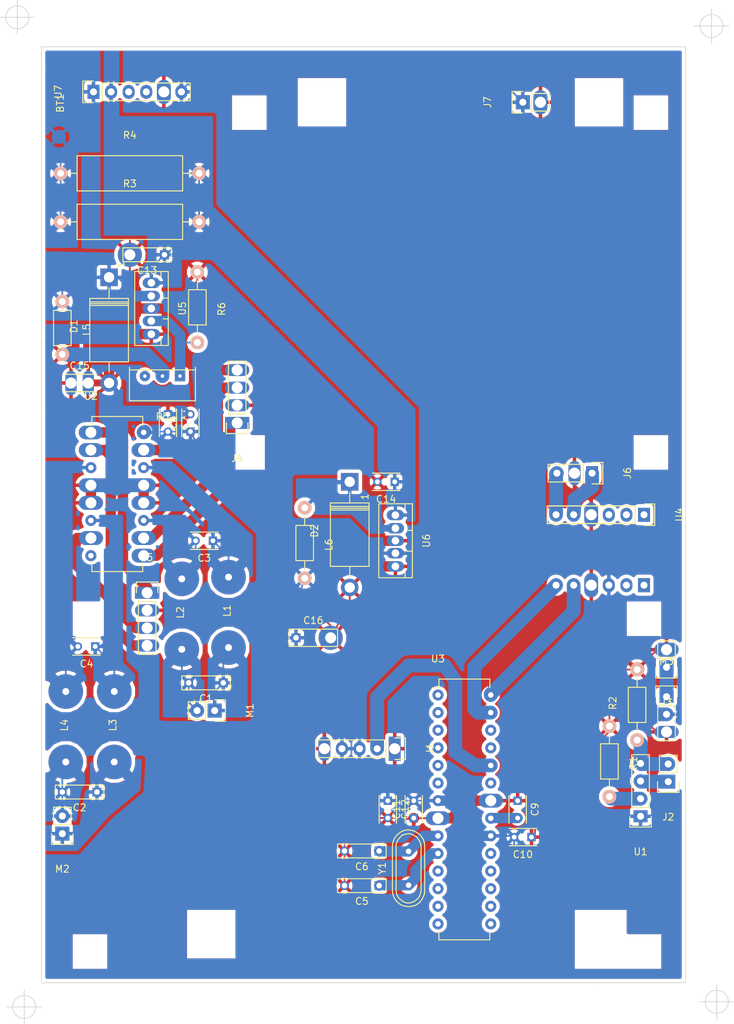
<source format=kicad_pcb>
(kicad_pcb (version 4) (host pcbnew 4.0.5)
  (layers (0 F.Cu signal) (31 B.Cu signal) (34 B.Paste user) (35 F.Paste user) (36 B.SilkS user) (37 F.SilkS user) (38 B.Mask user) (39 F.Mask user) (44 Edge.Cuts user))
  (net 0 "")
  (net 1 "Net-(BT1-Pad1)")
  (net 2 GND)
  (net 3 "Net-(C1-Pad1)")
  (net 4 "Net-(C1-Pad2)")
  (net 5 "Net-(C2-Pad1)")
  (net 6 "Net-(C2-Pad2)")
  (net 7 "Net-(C3-Pad1)")
  (net 8 "Net-(C3-Pad2)")
  (net 9 "Net-(C4-Pad1)")
  (net 10 "Net-(C4-Pad2)")
  (net 11 "Net-(C5-Pad1)")
  (net 12 "Net-(C6-Pad1)")
  (net 13 +5V)
  (net 14 "Net-(C9-Pad2)")
  (net 15 +12V)
  (net 16 "Net-(D1-Pad1)")
  (net 17 "Net-(D2-Pad1)")
  (net 18 /Out)
  (net 19 +3V3)
  (net 20 /Latch-out)
  (net 21 /PWM)
  (net 22 /Pi-22)
  (net 23 /Pi-21)
  (net 24 /Pi-23)
  (net 25 /Pi-29)
  (net 26 /Pi-28)
  (net 27 /Pi.27)
  (net 28 /SCL)
  (net 29 /SDA)
  (net 30 "Net-(R1-Pad2)")
  (net 31 "Net-(R5-Pad1)")
  (net 32 "Net-(U3-Pad1)")
  (net 33 "Net-(U3-Pad2)")
  (net 34 "Net-(U3-Pad3)")
  (net 35 "Net-(U3-Pad4)")
  (net 36 "Net-(U3-Pad5)")
  (net 37 "Net-(U3-Pad6)")
  (net 38 "Net-(U3-Pad11)")
  (net 39 "Net-(U3-Pad12)")
  (net 40 "Net-(U3-Pad13)")
  (net 41 "Net-(U3-Pad14)")
  (net 42 "Net-(U3-Pad15)")
  (net 43 "Net-(U3-Pad16)")
  (net 44 "Net-(U3-Pad17)")
  (net 45 "Net-(U3-Pad18)")
  (net 46 "Net-(U3-Pad19)")
  (net 47 "Net-(U3-Pad23)")
  (net 48 "Net-(U3-Pad25)")
  (net 49 "Net-(U3-Pad26)")
  (net 50 "Net-(U3-Pad27)")
  (net 51 "Net-(U3-Pad28)")
  (net 52 +6V)
  (net 53 "Net-(U4-Pad2)")
  (net 54 "Net-(U4-Pad1)")
  (net 55 "Net-(U4-Pad7)")
  (net 56 "Net-(U4-Pad8)")
  (module Capacitors_THT:C_Rect_L7_W2_P5 (layer F.Cu) (at 50 127 180)
    (fp_text reference C1 (at 2.5 -2.25 180) (layer F.SilkS))
    (fp_text value 1nF)
    (pad 1 thru_hole rect (at 0 0 180) (size 1.3 1.3) (drill 0.8) (layers *.Cu *.Mask) (net 3 "Net-(C1-Pad1)"))
    (pad 2 thru_hole circle (at 5 0 180) (size 1.3 1.3) (drill 0.8) (layers *.Cu *.Mask) (net 4 "Net-(C1-Pad2)"))
  )
  (module Capacitors_THT:C_Rect_L7_W2_P5 (layer F.Cu) (at 31.75 142.75 180)
    (fp_text reference C2 (at 2.5 -2.25 180) (layer F.SilkS))
    (fp_text value 1nF)
    (pad 1 thru_hole rect (at 0 0 180) (size 1.3 1.3) (drill 0.8) (layers *.Cu *.Mask) (net 5 "Net-(C2-Pad1)"))
    (pad 2 thru_hole circle (at 5 0 180) (size 1.3 1.3) (drill 0.8) (layers *.Cu *.Mask) (net 6 "Net-(C2-Pad2)"))
  )
  (module Capacitors_THT:C_Rect_L4_W2.5_P2.5 (layer F.Cu) (at 48.5 106.5 180)
    (fp_text reference C3 (at 1.25 -2.5 180) (layer F.SilkS))
    (fp_text value 10nF)
    (pad 1 thru_hole rect (at 0 0 180) (size 1.2 1.2) (drill 0.7) (layers *.Cu *.Mask) (net 7 "Net-(C3-Pad1)"))
    (pad 2 thru_hole circle (at 2.5 0 180) (size 1.2 1.2) (drill 0.7) (layers *.Cu *.Mask) (net 8 "Net-(C3-Pad2)"))
  )
  (module Capacitors_THT:C_Rect_L4_W2.5_P2.5 (layer F.Cu) (at 31.5 121.75 180)
    (fp_text reference C4 (at 1.25 -2.5 180) (layer F.SilkS))
    (fp_text value 10nF)
    (pad 1 thru_hole rect (at 0 0 180) (size 1.2 1.2) (drill 0.7) (layers *.Cu *.Mask) (net 9 "Net-(C4-Pad1)"))
    (pad 2 thru_hole circle (at 2.5 0 180) (size 1.2 1.2) (drill 0.7) (layers *.Cu *.Mask) (net 10 "Net-(C4-Pad2)"))
  )
  (module Capacitors_THT:C_Rect_L7_W2_P5 (layer F.Cu) (at 72.5 156.25 180)
    (fp_text reference C5 (at 2.5 -2.25 180) (layer F.SilkS))
    (fp_text value 22pF)
    (pad 1 thru_hole rect (at 0 0 180) (size 1.3 1.3) (drill 0.8) (layers *.Cu *.Mask) (net 11 "Net-(C5-Pad1)"))
    (pad 2 thru_hole circle (at 5 0 180) (size 1.3 1.3) (drill 0.8) (layers *.Cu *.Mask) (net 2 GND))
  )
  (module Capacitors_THT:C_Rect_L7_W2_P5 (layer F.Cu) (at 72.5 151.25 180)
    (fp_text reference C6 (at 2.5 -2.25 180) (layer F.SilkS))
    (fp_text value 22pF)
    (pad 1 thru_hole rect (at 0 0 180) (size 1.3 1.3) (drill 0.8) (layers *.Cu *.Mask) (net 12 "Net-(C6-Pad1)"))
    (pad 2 thru_hole circle (at 5 0 180) (size 1.3 1.3) (drill 0.8) (layers *.Cu *.Mask) (net 2 GND))
  )
  (module Capacitors_THT:C_Rect_L4_W2.5_P2.5 (layer F.Cu) (at 42 88.25 270)
    (fp_text reference C7 (at 1.25 -2.5 270) (layer F.SilkS))
    (fp_text value 100nF)
    (pad 1 thru_hole rect (at 0 0 270) (size 1.2 1.2) (drill 0.7) (layers *.Cu *.Mask) (net 2 GND))
    (pad 2 thru_hole circle (at 2.5 0 270) (size 1.2 1.2) (drill 0.7) (layers *.Cu *.Mask) (net 13 +5V))
  )
  (module Capacitors_THT:C_Rect_L4_W2.5_P2.5 (layer F.Cu) (at 45.25 90.75 90)
    (fp_text reference C8 (at 1.25 -2.5 90) (layer F.SilkS))
    (fp_text value 47uF)
    (pad 1 thru_hole rect (at 0 0 90) (size 1.2 1.2) (drill 0.7) (layers *.Cu *.Mask) (net 13 +5V))
    (pad 2 thru_hole circle (at 2.5 0 90) (size 1.2 1.2) (drill 0.7) (layers *.Cu *.Mask) (net 2 GND))
  )
  (module Capacitors_THT:C_Rect_L4_W2.5_P2.5 (layer F.Cu) (at 92.5 144 270)
    (fp_text reference C9 (at 1.25 -2.5 270) (layer F.SilkS))
    (fp_text value 100nF)
    (pad 1 thru_hole rect (at 0 0 270) (size 1.2 1.2) (drill 0.7) (layers *.Cu *.Mask) (net 2 GND))
    (pad 2 thru_hole circle (at 2.5 0 270) (size 1.2 1.2) (drill 0.7) (layers *.Cu *.Mask) (net 14 "Net-(C9-Pad2)"))
  )
  (module Capacitors_THT:C_Rect_L4_W2.5_P2.5 (layer F.Cu) (at 94.5 149.25 180)
    (fp_text reference C10 (at 1.25 -2.5 180) (layer F.SilkS))
    (fp_text value 100nF)
    (pad 1 thru_hole rect (at 0 0 180) (size 1.2 1.2) (drill 0.7) (layers *.Cu *.Mask) (net 2 GND))
    (pad 2 thru_hole circle (at 2.5 0 180) (size 1.2 1.2) (drill 0.7) (layers *.Cu *.Mask) (net 13 +5V))
  )
  (module Capacitors_THT:C_Rect_L4_W2.5_P2.5 (layer F.Cu) (at 77.5 146.5 90)
    (fp_text reference C11 (at 1.25 -2.5 90) (layer F.SilkS))
    (fp_text value 100nF)
    (pad 1 thru_hole rect (at 0 0 90) (size 1.2 1.2) (drill 0.7) (layers *.Cu *.Mask) (net 2 GND))
    (pad 2 thru_hole circle (at 2.5 0 90) (size 1.2 1.2) (drill 0.7) (layers *.Cu *.Mask) (net 13 +5V))
  )
  (module Capacitors_THT:C_Rect_L4_W2.5_P2.5 (layer F.Cu) (at 73.75 144 270)
    (fp_text reference C12 (at 1.25 -2.5 270) (layer F.SilkS))
    (fp_text value 47uF)
    (pad 1 thru_hole rect (at 0 0 270) (size 1.2 1.2) (drill 0.7) (layers *.Cu *.Mask) (net 13 +5V))
    (pad 2 thru_hole circle (at 2.5 0 270) (size 1.2 1.2) (drill 0.7) (layers *.Cu *.Mask) (net 2 GND))
  )
  (module Capacitors_THT:C_Rect_L7_W2_P5 (layer F.Cu) (at 41.5 65.25 180)
    (fp_text reference C13 (at 2.5 -2.25 180) (layer F.SilkS))
    (fp_text value 100uF)
    (pad 1 thru_hole rect (at 0 0 180) (size 1.3 1.3) (drill 0.8) (layers *.Cu *.Mask) (net 15 +12V))
    (pad 2 thru_hole circle (at 5 0 180) (size 3.5 3.5) (drill 1.6) (layers *.Cu *.Mask) (net 2 GND))
  )
  (module Capacitors_THT:C_Rect_L4_W2.5_P2.5 (layer F.Cu) (at 74.75 98 180)
    (fp_text reference C14 (at 1.25 -2.5 180) (layer F.SilkS))
    (fp_text value 100uF)
    (pad 1 thru_hole rect (at 0 0 180) (size 1.2 1.2) (drill 0.7) (layers *.Cu *.Mask) (net 15 +12V))
    (pad 2 thru_hole circle (at 2.5 0 180) (size 1.2 1.2) (drill 0.7) (layers *.Cu *.Mask) (net 2 GND))
  )
  (module Capacitors_THT:C_Rect_L4_W2.5_P2.5 (layer F.Cu) (at 28 83.75)
    (fp_text reference C15 (at 1.25 -2.5) (layer F.SilkS))
    (fp_text value 33uF)
    (pad 1 thru_hole oval (at 0 0 90) (size 3.5 1.6) (drill 1.6) (layers *.Cu *.Mask) (net 52 +6V))
    (pad 2 thru_hole oval (at 2.5 0 90) (size 3.5 1.6) (drill 1.6) (layers *.Cu *.Mask) (net 2 GND))
  )
  (module Capacitors_THT:C_Rect_L7_W2.5_P5 (layer F.Cu) (at 60.5 120.5)
    (fp_text reference C16 (at 2.5 -2.5) (layer F.SilkS))
    (fp_text value 1500uF)
    (pad 1 thru_hole rect (at 0 0) (size 1.3 1.3) (drill 0.8) (layers *.Cu *.Mask) (net 13 +5V))
    (pad 2 thru_hole circle (at 5 0) (size 3.5 3.5) (drill 1.6) (layers *.Cu *.Mask) (net 2 GND))
  )
  (module Diodes_THT:Diode_DO-201AD_Horizontal_RM15 (layer F.Cu) (at 33.5 68.5 270)
    (fp_text reference D1 (at 7.06722 5.07704 270) (layer F.SilkS))
    (fp_text value D_Schottky)
    (pad 2 thru_hole circle (at 15.24122 -0.00296 90) (size 2.54 2.54) (drill 1.50114) (layers *.Cu *.Mask) (net 2 GND))
    (pad 1 thru_hole rect (at 0.00122 -0.00296 90) (size 2.54 2.54) (drill 1.50114) (layers *.Cu *.Mask) (net 16 "Net-(D1-Pad1)"))
  )
  (module Diodes_THT:Diode_DO-201AD_Horizontal_RM15 (layer F.Cu) (at 68.25 98 270)
    (fp_text reference D2 (at 7.06722 5.07704 270) (layer F.SilkS))
    (fp_text value D_Schottky)
    (pad 2 thru_hole circle (at 15.24122 -0.00296 90) (size 2.54 2.54) (drill 1.50114) (layers *.Cu *.Mask) (net 2 GND))
    (pad 1 thru_hole rect (at 0.00122 -0.00296 90) (size 2.54 2.54) (drill 1.50114) (layers *.Cu *.Mask) (net 17 "Net-(D2-Pad1)"))
  )
  (module Pin_Headers:Pin_Header_Straight_1x05 (layer F.Cu) (at 74.75 136.5 270)
    (fp_text reference J1 (at 0 -5.1 270) (layer F.SilkS))
    (fp_text value ToF-sensor2)
    (pad 1 thru_hole rect (at 0 0 270) (size 3.5 1.7272) (drill 1.6) (layers *.Cu *.Mask) (net 2 GND))
    (pad 2 thru_hole oval (at 0 2.54 270) (size 2.032 1.7272) (drill 1.016) (layers *.Cu *.Mask) (net 18 /Out))
    (pad 3 thru_hole oval (at 0 5.08 270) (size 2.032 1.7272) (drill 1.016) (layers *.Cu *.Mask) (net 13 +5V))
    (pad 4 thru_hole oval (at 0 7.62 270) (size 2.032 1.7272) (drill 1.016) (layers *.Cu *.Mask) (net 13 +5V))
    (pad 5 thru_hole oval (at 0 10.16 270) (size 3.5 1.7272) (drill 1.6) (layers *.Cu *.Mask) (net 2 GND))
  )
  (module Pin_Headers:Pin_Header_Straight_1x02 (layer F.Cu) (at 114.25 141.25 180)
    (fp_text reference J2 (at 0 -5.1 180) (layer F.SilkS))
    (fp_text value Pi-15,17)
    (pad 1 thru_hole rect (at 0 0 180) (size 2.032 2.032) (drill 1.016) (layers *.Cu *.Mask) (net 19 +3V3))
    (pad 2 thru_hole oval (at 0 2.54 180) (size 2.032 2.032) (drill 1.016) (layers *.Cu *.Mask) (net 20 /Latch-out))
  )
  (module Pin_Headers:Pin_Header_Straight_1x02 (layer F.Cu) (at 114 124.75 180)
    (fp_text reference J3 (at 0 -5.1 180) (layer F.SilkS))
    (fp_text value Conn_01x02)
    (pad 1 thru_hole rect (at 0 0 180) (size 2.032 2.032) (drill 1.016) (layers *.Cu *.Mask) (net 21 /PWM))
    (pad 2 thru_hole oval (at 0 2.54 180) (size 3.5 2.032) (drill 1.6) (layers *.Cu *.Mask) (net 2 GND))
  )
  (module Pin_Headers:Pin_Header_Straight_1x04 (layer F.Cu) (at 52 89.5 180)
    (fp_text reference J4 (at 0 -5.1 180) (layer F.SilkS))
    (fp_text value Conn_01x04)
    (pad 1 thru_hole rect (at 0 0 180) (size 3.5 1.7272) (drill 1.6) (layers *.Cu *.Mask) (net 22 /Pi-22))
    (pad 2 thru_hole oval (at 0 2.54 180) (size 3.5 1.7272) (drill 1.6) (layers *.Cu *.Mask) (net 2 GND))
    (pad 3 thru_hole oval (at 0 5.08 180) (size 3.5 1.7272) (drill 1.6) (layers *.Cu *.Mask) (net 23 /Pi-21))
    (pad 4 thru_hole oval (at 0 7.62 180) (size 3.5 1.7272) (drill 1.6) (layers *.Cu *.Mask) (net 24 /Pi-23))
  )
  (module Pin_Headers:Pin_Header_Straight_1x04 (layer F.Cu) (at 39 114)
    (fp_text reference J5 (at 0 -5.1) (layer F.SilkS))
    (fp_text value Conn_01x04)
    (pad 1 thru_hole rect (at 0 0) (size 3.5 1.7272) (drill 1.6) (layers *.Cu *.Mask) (net 25 /Pi-29))
    (pad 2 thru_hole oval (at 0 2.54) (size 3.5 1.7272) (drill 1.6) (layers *.Cu *.Mask) (net 2 GND))
    (pad 3 thru_hole oval (at 0 5.08) (size 3.5 1.7272) (drill 1.6) (layers *.Cu *.Mask) (net 26 /Pi-28))
    (pad 4 thru_hole oval (at 0 7.62) (size 3.5 1.7272) (drill 1.6) (layers *.Cu *.Mask) (net 27 /Pi.27))
  )
  (module Pin_Headers:Pin_Header_Straight_1x03 (layer F.Cu) (at 103.25 96.75 270)
    (fp_text reference J6 (at 0 -5.1 270) (layer F.SilkS))
    (fp_text value Conn_01x03)
    (pad 1 thru_hole rect (at 0 0 270) (size 2.032 1.7272) (drill 1.016) (layers *.Cu *.Mask) (net 28 /SCL))
    (pad 2 thru_hole oval (at 0 2.54 270) (size 3.5 1.7272) (drill 1.6) (layers *.Cu *.Mask) (net 2 GND))
    (pad 3 thru_hole oval (at 0 5.08 270) (size 2.032 1.7272) (drill 1.016) (layers *.Cu *.Mask) (net 29 /SDA))
  )
  (module Pin_Headers:Pin_Header_Straight_1x02 (layer F.Cu) (at 93.25 43.25 90)
    (fp_text reference J7 (at 0 -5.1 90) (layer F.SilkS))
    (fp_text value USB-conn)
    (pad 1 thru_hole rect (at 0 0 90) (size 2.032 2.032) (drill 1.016) (layers *.Cu *.Mask) (net 13 +5V))
    (pad 2 thru_hole oval (at 0 2.54 90) (size 3.5 2.032) (drill 1.6) (layers *.Cu *.Mask) (net 2 GND))
  )
  (module Wire_Connections_Bridges:WireConnection_2.50mmDrill (layer F.Cu) (at 50.75 111.75 270)
    (fp_text reference L1 (at 4.8514 0.2032 270) (layer F.SilkS))
    (fp_text value Ferrite_Bead)
    (pad 1 thru_hole circle (at 0 0 270) (size 5.00126 5.00126) (drill 1) (layers *.Cu *.Mask) (net 7 "Net-(C3-Pad1)"))
    (pad 2 thru_hole circle (at 10.16 0 270) (size 5.00126 5.00126) (drill 1) (layers *.Cu *.Mask) (net 3 "Net-(C1-Pad1)"))
  )
  (module Wire_Connections_Bridges:WireConnection_2.50mmDrill (layer F.Cu) (at 44 112 270)
    (fp_text reference L2 (at 4.8514 0.2032 270) (layer F.SilkS))
    (fp_text value Ferrite_Bead)
    (pad 1 thru_hole circle (at 0 0 270) (size 5.00126 5.00126) (drill 1) (layers *.Cu *.Mask) (net 8 "Net-(C3-Pad2)"))
    (pad 2 thru_hole circle (at 10.16 0 270) (size 5.00126 5.00126) (drill 1) (layers *.Cu *.Mask) (net 4 "Net-(C1-Pad2)"))
  )
  (module Wire_Connections_Bridges:WireConnection_2.50mmDrill (layer F.Cu) (at 34.25 128.25 270)
    (fp_text reference L3 (at 4.8514 0.2032 270) (layer F.SilkS))
    (fp_text value Ferrite_Bead)
    (pad 1 thru_hole circle (at 0 0 270) (size 5.00126 5.00126) (drill 1) (layers *.Cu *.Mask) (net 9 "Net-(C4-Pad1)"))
    (pad 2 thru_hole circle (at 10.16 0 270) (size 5.00126 5.00126) (drill 1) (layers *.Cu *.Mask) (net 5 "Net-(C2-Pad1)"))
  )
  (module Wire_Connections_Bridges:WireConnection_2.50mmDrill (layer F.Cu) (at 27.25 128.25 270)
    (fp_text reference L4 (at 4.8514 0.2032 270) (layer F.SilkS))
    (fp_text value Ferrite_Bead)
    (pad 1 thru_hole circle (at 0 0 270) (size 5.00126 5.00126) (drill 1) (layers *.Cu *.Mask) (net 10 "Net-(C4-Pad2)"))
    (pad 2 thru_hole circle (at 10.16 0 270) (size 5.00126 5.00126) (drill 1) (layers *.Cu *.Mask) (net 6 "Net-(C2-Pad2)"))
  )
  (module Resistors_THT:Resistor_Horizontal_RM7mm (layer F.Cu) (at 26.75 72 270)
    (fp_text reference L5 (at 4.05892 -3.50012 270) (layer F.SilkS))
    (fp_text value 470uH)
    (pad 1 thru_hole circle (at 0 0 270) (size 1.99898 1.99898) (drill 1.00076) (layers *.Cu *.SilkS *.Mask) (net 16 "Net-(D1-Pad1)"))
    (pad 2 thru_hole circle (at 7.62 0 270) (size 1.99898 1.99898) (drill 1.00076) (layers *.Cu *.SilkS *.Mask) (net 52 +6V))
  )
  (module Resistors_THT:Resistor_Horizontal_RM10mm (layer F.Cu) (at 61.75 101.75 270)
    (fp_text reference L6 (at 5.32892 -3.50012 270) (layer F.SilkS))
    (fp_text value 100uH)
    (pad 1 thru_hole circle (at 0 0 270) (size 1.99898 1.99898) (drill 1.00076) (layers *.Cu *.SilkS *.Mask) (net 17 "Net-(D2-Pad1)"))
    (pad 2 thru_hole circle (at 10.16 0 270) (size 1.99898 1.99898) (drill 1.00076) (layers *.Cu *.SilkS *.Mask) (net 13 +5V))
  )
  (module Pin_Headers:Pin_Header_Straight_1x02 (layer F.Cu) (at 48.75 131 270)
    (fp_text reference M1 (at 0 -5.1 270) (layer F.SilkS))
    (fp_text value Sensor-DC-motor)
    (pad 1 thru_hole rect (at 0 0 270) (size 2.032 2.032) (drill 1.016) (layers *.Cu *.Mask) (net 3 "Net-(C1-Pad1)"))
    (pad 2 thru_hole oval (at 0 2.54 270) (size 2.032 2.032) (drill 1.016) (layers *.Cu *.Mask) (net 4 "Net-(C1-Pad2)"))
  )
  (module Pin_Headers:Pin_Header_Straight_1x02 (layer F.Cu) (at 26.75 148.75 180)
    (fp_text reference M2 (at 0 -5.1 180) (layer F.SilkS))
    (fp_text value Wheel-dc-motor)
    (pad 1 thru_hole rect (at 0 0 180) (size 2.032 2.032) (drill 1.016) (layers *.Cu *.Mask) (net 5 "Net-(C2-Pad1)"))
    (pad 2 thru_hole oval (at 0 2.54 180) (size 2.032 2.032) (drill 1.016) (layers *.Cu *.Mask) (net 6 "Net-(C2-Pad2)"))
  )
  (module Pin_Headers:Pin_Header_Straight_1x03 (layer F.Cu) (at 114 129)
    (fp_text reference M3 (at 0 -5.1) (layer F.SilkS))
    (fp_text value Motor_Servo)
    (pad 1 thru_hole rect (at 0 0) (size 2.032 1.7272) (drill 1.016) (layers *.Cu *.Mask) (net 21 /PWM))
    (pad 2 thru_hole oval (at 0 2.54) (size 2.032 1.7272) (drill 1.016) (layers *.Cu *.Mask) (net 13 +5V))
    (pad 3 thru_hole oval (at 0 5.08) (size 3.5 1.7272) (drill 1.6) (layers *.Cu *.Mask) (net 2 GND))
  )
  (module Resistors_THT:Resistor_Horizontal_RM10mm (layer F.Cu) (at 105.75 133.25 270)
    (fp_text reference R1 (at 5.32892 -3.50012 270) (layer F.SilkS))
    (fp_text value 75R)
    (pad 1 thru_hole circle (at 0 0 270) (size 1.99898 1.99898) (drill 1.00076) (layers *.Cu *.SilkS *.Mask) (net 2 GND))
    (pad 2 thru_hole circle (at 10.16 0 270) (size 1.99898 1.99898) (drill 1.00076) (layers *.Cu *.SilkS *.Mask) (net 30 "Net-(R1-Pad2)"))
  )
  (module Resistors_THT:Resistor_Horizontal_RM10mm (layer F.Cu) (at 109.75 135.25 90)
    (fp_text reference R2 (at 5.32892 -3.50012 90) (layer F.SilkS))
    (fp_text value 1k)
    (pad 1 thru_hole circle (at 0 0 90) (size 1.99898 1.99898) (drill 1.00076) (layers *.Cu *.SilkS *.Mask) (net 20 /Latch-out))
    (pad 2 thru_hole circle (at 10.16 0 90) (size 1.99898 1.99898) (drill 1.00076) (layers *.Cu *.SilkS *.Mask) (net 2 GND))
  )
  (module Resistors_THT:Resistor_Horizontal_RM20mm (layer F.Cu) (at 26.5 60.5)
    (fp_text reference R3 (at 10 -5.4991) (layer F.SilkS))
    (fp_text value 0R1)
    (pad 1 thru_hole circle (at 0 0) (size 1.99898 1.99898) (drill 1.00076) (layers *.Cu *.SilkS *.Mask) (net 1 "Net-(BT1-Pad1)"))
    (pad 2 thru_hole circle (at 20 0) (size 1.99898 1.99898) (drill 1.00076) (layers *.Cu *.SilkS *.Mask) (net 15 +12V))
  )
  (module Resistors_THT:Resistor_Horizontal_RM20mm (layer F.Cu) (at 26.5 53.5)
    (fp_text reference R4 (at 10 -5.4991) (layer F.SilkS))
    (fp_text value 0R1)
    (pad 1 thru_hole circle (at 0 0) (size 1.99898 1.99898) (drill 1.00076) (layers *.Cu *.SilkS *.Mask) (net 1 "Net-(BT1-Pad1)"))
    (pad 2 thru_hole circle (at 20 0) (size 1.99898 1.99898) (drill 1.00076) (layers *.Cu *.SilkS *.Mask) (net 15 +12V))
  )
  (module Potentiometers:Potentiometer_Trimmer-Suntan-TSR-3386C (layer F.Cu) (at 43.75 82.75 180)
    (fp_text reference R5 (at 2.54 -5.842 180) (layer F.SilkS))
    (fp_text value 7756R)
    (pad 3 thru_hole circle (at 5.08 0 180) (size 1.51 1.51) (drill 0.51) (layers *.Cu *.Mask))
    (pad 1 thru_hole rect (at 0 0 180) (size 1.51 1.51) (drill 0.51) (layers *.Cu *.Mask) (net 31 "Net-(R5-Pad1)"))
    (pad 2 thru_hole circle (at 2.54 0 180) (size 1.51 1.51) (drill 0.51) (layers *.Cu *.Mask) (net 52 +6V))
  )
  (module Resistors_THT:Resistor_Horizontal_RM10mm (layer F.Cu) (at 46.25 67.75 270)
    (fp_text reference R6 (at 5.32892 -3.50012 270) (layer F.SilkS))
    (fp_text value 2k)
    (pad 1 thru_hole circle (at 0 0 270) (size 1.99898 1.99898) (drill 1.00076) (layers *.Cu *.SilkS *.Mask) (net 2 GND))
    (pad 2 thru_hole circle (at 10.16 0 270) (size 1.99898 1.99898) (drill 1.00076) (layers *.Cu *.SilkS *.Mask) (net 31 "Net-(R5-Pad1)"))
  )
  (module Pin_Headers:Pin_Header_Straight_1x04 (layer F.Cu) (at 110.25 146.25 180)
    (fp_text reference U1 (at 0 -5.1 180) (layer F.SilkS))
    (fp_text value TCST2103)
    (pad 1 thru_hole rect (at 0 0 180) (size 2.032 1.7272) (drill 1.016) (layers *.Cu *.Mask) (net 13 +5V))
    (pad 2 thru_hole oval (at 0 2.54 180) (size 2.032 1.7272) (drill 1.016) (layers *.Cu *.Mask) (net 30 "Net-(R1-Pad2)"))
    (pad 3 thru_hole oval (at 0 5.08 180) (size 2.032 1.7272) (drill 1.016) (layers *.Cu *.Mask) (net 19 +3V3))
    (pad 4 thru_hole oval (at 0 7.62 180) (size 2.032 1.7272) (drill 1.016) (layers *.Cu *.Mask) (net 20 /Latch-out))
  )
  (module Housings_DIP:DIP-16_W7.62mm (layer F.Cu) (at 30.875 90.875)
    (fp_text reference U2 (at 0 -5.22) (layer F.SilkS))
    (fp_text value L293D)
    (pad 1 thru_hole oval (at 0 0) (size 3.5 2) (drill 1.6) (layers *.Cu *.Mask) (net 25 /Pi-29))
    (pad 2 thru_hole oval (at 0 2.54) (size 3.5 2) (drill 1.6) (layers *.Cu *.Mask) (net 26 /Pi-28))
    (pad 3 thru_hole oval (at 0 5.08) (size 1.6 1.6) (drill 0.8) (layers *.Cu *.Mask) (net 10 "Net-(C4-Pad2)"))
    (pad 4 thru_hole oval (at 0 7.62) (size 3.5 2) (drill 1.6) (layers *.Cu *.Mask) (net 2 GND))
    (pad 5 thru_hole oval (at 0 10.16) (size 3.5 2) (drill 1.6) (layers *.Cu *.Mask) (net 2 GND))
    (pad 6 thru_hole oval (at 0 12.7) (size 1.6 1.6) (drill 0.8) (layers *.Cu *.Mask) (net 9 "Net-(C4-Pad1)"))
    (pad 7 thru_hole oval (at 0 15.24) (size 3.5 2) (drill 1.6) (layers *.Cu *.Mask) (net 27 /Pi.27))
    (pad 8 thru_hole oval (at 0 17.78) (size 1.6 1.6) (drill 0.8) (layers *.Cu *.Mask) (net 52 +6V))
    (pad 9 thru_hole oval (at 7.62 17.78) (size 3.5 2) (drill 1.6) (layers *.Cu *.Mask) (net 22 /Pi-22))
    (pad 10 thru_hole oval (at 7.62 15.24) (size 3.5 2) (drill 1.6) (layers *.Cu *.Mask) (net 23 /Pi-21))
    (pad 11 thru_hole oval (at 7.62 12.7) (size 1.6 1.6) (drill 0.8) (layers *.Cu *.Mask) (net 8 "Net-(C3-Pad2)"))
    (pad 12 thru_hole oval (at 7.62 10.16) (size 3.5 2) (drill 1.6) (layers *.Cu *.Mask) (net 2 GND))
    (pad 13 thru_hole oval (at 7.62 7.62) (size 3.5 2) (drill 1.6) (layers *.Cu *.Mask) (net 2 GND))
    (pad 14 thru_hole oval (at 7.62 5.08) (size 1.6 1.6) (drill 0.8) (layers *.Cu *.Mask) (net 7 "Net-(C3-Pad1)"))
    (pad 15 thru_hole oval (at 7.62 2.54) (size 3.5 2) (drill 1.6) (layers *.Cu *.Mask) (net 24 /Pi-23))
    (pad 16 thru_hole oval (at 7.62 0) (size 1.6 1.6) (drill 0.8) (layers *.Cu *.Mask) (net 13 +5V))
  )
  (module Housings_DIP:DIP-28_W7.62mm (layer F.Cu) (at 81 128.75)
    (fp_text reference U3 (at 0 -5.22) (layer F.SilkS))
    (fp_text value ATMEGA168-20PU)
    (pad 1 thru_hole oval (at 0 0) (size 1.6 1.6) (drill 0.8) (layers *.Cu *.Mask) (net 32 "Net-(U3-Pad1)"))
    (pad 2 thru_hole oval (at 0 2.54) (size 1.6 1.6) (drill 0.8) (layers *.Cu *.Mask) (net 33 "Net-(U3-Pad2)"))
    (pad 3 thru_hole oval (at 0 5.08) (size 1.6 1.6) (drill 0.8) (layers *.Cu *.Mask) (net 34 "Net-(U3-Pad3)"))
    (pad 4 thru_hole oval (at 0 7.62) (size 1.6 1.6) (drill 0.8) (layers *.Cu *.Mask) (net 35 "Net-(U3-Pad4)"))
    (pad 5 thru_hole oval (at 0 10.16) (size 1.6 1.6) (drill 0.8) (layers *.Cu *.Mask) (net 36 "Net-(U3-Pad5)"))
    (pad 6 thru_hole oval (at 0 12.7) (size 1.6 1.6) (drill 0.8) (layers *.Cu *.Mask) (net 37 "Net-(U3-Pad6)"))
    (pad 7 thru_hole oval (at 0 15.24) (size 1.6 1.6) (drill 0.8) (layers *.Cu *.Mask) (net 13 +5V))
    (pad 8 thru_hole oval (at 0 17.78) (size 3.5 2) (drill 1.6) (layers *.Cu *.Mask) (net 2 GND))
    (pad 9 thru_hole oval (at 0 20.32) (size 1.6 1.6) (drill 0.8) (layers *.Cu *.Mask) (net 12 "Net-(C6-Pad1)"))
    (pad 10 thru_hole oval (at 0 22.86) (size 1.6 1.6) (drill 0.8) (layers *.Cu *.Mask) (net 11 "Net-(C5-Pad1)"))
    (pad 11 thru_hole oval (at 0 25.4) (size 1.6 1.6) (drill 0.8) (layers *.Cu *.Mask) (net 38 "Net-(U3-Pad11)"))
    (pad 12 thru_hole oval (at 0 27.94) (size 1.6 1.6) (drill 0.8) (layers *.Cu *.Mask) (net 39 "Net-(U3-Pad12)"))
    (pad 13 thru_hole oval (at 0 30.48) (size 1.6 1.6) (drill 0.8) (layers *.Cu *.Mask) (net 40 "Net-(U3-Pad13)"))
    (pad 14 thru_hole oval (at 0 33.02) (size 1.6 1.6) (drill 0.8) (layers *.Cu *.Mask) (net 41 "Net-(U3-Pad14)"))
    (pad 15 thru_hole oval (at 7.62 33.02) (size 1.6 1.6) (drill 0.8) (layers *.Cu *.Mask) (net 42 "Net-(U3-Pad15)"))
    (pad 16 thru_hole oval (at 7.62 30.48) (size 1.6 1.6) (drill 0.8) (layers *.Cu *.Mask) (net 43 "Net-(U3-Pad16)"))
    (pad 17 thru_hole oval (at 7.62 27.94) (size 1.6 1.6) (drill 0.8) (layers *.Cu *.Mask) (net 44 "Net-(U3-Pad17)"))
    (pad 18 thru_hole oval (at 7.62 25.4) (size 1.6 1.6) (drill 0.8) (layers *.Cu *.Mask) (net 45 "Net-(U3-Pad18)"))
    (pad 19 thru_hole oval (at 7.62 22.86) (size 1.6 1.6) (drill 0.8) (layers *.Cu *.Mask) (net 46 "Net-(U3-Pad19)"))
    (pad 20 thru_hole oval (at 7.62 20.32) (size 1.6 1.6) (drill 0.8) (layers *.Cu *.Mask) (net 13 +5V))
    (pad 21 thru_hole oval (at 7.62 17.78) (size 1.6 1.6) (drill 0.8) (layers *.Cu *.Mask) (net 14 "Net-(C9-Pad2)"))
    (pad 22 thru_hole oval (at 7.62 15.24) (size 3.5 2) (drill 1.6) (layers *.Cu *.Mask) (net 2 GND))
    (pad 23 thru_hole oval (at 7.62 12.7) (size 1.6 1.6) (drill 0.8) (layers *.Cu *.Mask) (net 47 "Net-(U3-Pad23)"))
    (pad 24 thru_hole oval (at 7.62 10.16) (size 1.6 1.6) (drill 0.8) (layers *.Cu *.Mask) (net 18 /Out))
    (pad 25 thru_hole oval (at 7.62 7.62) (size 1.6 1.6) (drill 0.8) (layers *.Cu *.Mask) (net 48 "Net-(U3-Pad25)"))
    (pad 26 thru_hole oval (at 7.62 5.08) (size 1.6 1.6) (drill 0.8) (layers *.Cu *.Mask) (net 49 "Net-(U3-Pad26)"))
    (pad 27 thru_hole oval (at 7.62 2.54) (size 1.6 1.6) (drill 0.8) (layers *.Cu *.Mask) (net 50 "Net-(U3-Pad27)"))
    (pad 28 thru_hole oval (at 7.62 0) (size 1.6 1.6) (drill 0.8) (layers *.Cu *.Mask) (net 51 "Net-(U3-Pad28)"))
  )
  (module Ondras-custom:LLC-header (layer F.Cu) (at 110.75 102.75 270)
    (fp_text reference U4 (at 0 -5.1 270) (layer F.SilkS))
    (fp_text value LLC_5V_3V3)
    (pad 6 thru_hole oval (at 10.16 12.7 270) (size 2.032 1.7272) (drill 1.016) (layers *.Cu *.Mask) (net 50 "Net-(U3-Pad27)"))
    (pad 5 thru_hole oval (at 10.16 10.16 270) (size 2.032 1.7272) (drill 1.016) (layers *.Cu *.Mask) (net 51 "Net-(U3-Pad28)"))
    (pad 4 thru_hole oval (at 10.16 7.62 270) (size 3.5 2) (drill 1.6) (layers *.Cu *.Mask) (net 2 GND))
    (pad 3 thru_hole oval (at 10.16 5.08 270) (size 2.032 1.7272) (drill 1.016) (layers *.Cu *.Mask) (net 13 +5V))
    (pad 2 thru_hole oval (at 10.16 2.54 270) (size 2.032 1.7272) (drill 1.016) (layers *.Cu *.Mask) (net 53 "Net-(U4-Pad2)"))
    (pad 1 thru_hole rect (at 10.16 0 270) (size 2.032 1.7272) (drill 1.016) (layers *.Cu *.Mask) (net 54 "Net-(U4-Pad1)"))
    (pad 7 thru_hole rect (at 0 0 270) (size 2.032 1.7272) (drill 1.016) (layers *.Cu *.Mask) (net 55 "Net-(U4-Pad7)"))
    (pad 8 thru_hole oval (at 0 2.54 270) (size 2.032 1.7272) (drill 1.016) (layers *.Cu *.Mask) (net 56 "Net-(U4-Pad8)"))
    (pad 9 thru_hole oval (at 0 5.08 270) (size 2.032 1.7272) (drill 1.016) (layers *.Cu *.Mask) (net 19 +3V3))
    (pad 10 thru_hole oval (at 0 7.62 270) (size 3.5 2) (drill 1.6) (layers *.Cu *.Mask) (net 2 GND))
    (pad 11 thru_hole oval (at 0 10.16 270) (size 2.032 1.7272) (drill 1.016) (layers *.Cu *.Mask) (net 28 /SCL))
    (pad 12 thru_hole oval (at 0 12.7 270) (size 2.032 1.7272) (drill 1.016) (layers *.Cu *.Mask) (net 29 /SDA))
  )
  (module TO_SOT_Packages_THT:Pentawatt_Neutral_Straight_Vertical_TO220-5-T05A (layer F.Cu) (at 39 73 270)
    (fp_text reference U5 (at 0 -5.08 270) (layer F.SilkS))
    (fp_text value LM2576T-ADJ)
    (fp_text user 1 (at -6.35 3.81 270) (layer F.SilkS))
    (pad 3 thru_hole oval (at 0 -0.59944) (size 2.49936 1.50114) (drill 1.09982) (layers *.Cu *.Mask) (net 2 GND))
    (pad 1 thru_hole oval (at -3.70078 -0.59944) (size 2.49936 1.50114) (drill 1.09982) (layers *.Cu *.Mask) (net 15 +12V))
    (pad 5 thru_hole oval (at 3.70078 -0.59944) (size 2.49936 1.50114) (drill 1.09982) (layers *.Cu *.Mask) (net 2 GND))
    (pad 4 thru_hole oval (at 1.80086 -0.59944) (size 2.49936 1.50114) (drill 1.09982) (layers *.Cu *.Mask) (net 31 "Net-(R5-Pad1)"))
    (pad 2 thru_hole oval (at -1.80086 -0.59944) (size 2.49936 1.50114) (drill 1.09982) (layers *.Cu *.Mask) (net 16 "Net-(D1-Pad1)"))
  )
  (module TO_SOT_Packages_THT:Pentawatt_Neutral_Straight_Vertical_TO220-5-T05A (layer F.Cu) (at 74.25 106.5 270)
    (fp_text reference U6 (at 0 -5.08 270) (layer F.SilkS))
    (fp_text value LM2576T-5)
    (fp_text user 1 (at -6.35 3.81 270) (layer F.SilkS))
    (pad 3 thru_hole oval (at 0 -0.59944) (size 2.49936 1.50114) (drill 1.09982) (layers *.Cu *.Mask) (net 2 GND))
    (pad 1 thru_hole oval (at -3.70078 -0.59944) (size 2.49936 1.50114) (drill 1.09982) (layers *.Cu *.Mask) (net 15 +12V))
    (pad 5 thru_hole oval (at 3.70078 -0.59944) (size 2.49936 1.50114) (drill 1.09982) (layers *.Cu *.Mask) (net 2 GND))
    (pad 4 thru_hole oval (at 1.80086 -0.59944) (size 2.49936 1.50114) (drill 1.09982) (layers *.Cu *.Mask) (net 13 +5V))
    (pad 2 thru_hole oval (at -1.80086 -0.59944) (size 2.49936 1.50114) (drill 1.09982) (layers *.Cu *.Mask) (net 17 "Net-(D2-Pad1)"))
  )
  (module Pin_Headers:Pin_Header_Straight_1x06 (layer F.Cu) (at 31.25 41.75 90)
    (fp_text reference U7 (at 0 -5.1 90) (layer F.SilkS))
    (fp_text value INA219-breakout-board)
    (pad 1 thru_hole rect (at 0 0 90) (size 2.032 1.7272) (drill 1.016) (layers *.Cu *.Mask) (net 1 "Net-(BT1-Pad1)"))
    (pad 2 thru_hole oval (at 0 2.54 90) (size 2.032 1.7272) (drill 1.016) (layers *.Cu *.Mask) (net 15 +12V))
    (pad 3 thru_hole oval (at 0 5.08 90) (size 2.032 1.7272) (drill 1.016) (layers *.Cu *.Mask) (net 50 "Net-(U3-Pad27)"))
    (pad 4 thru_hole oval (at 0 7.62 90) (size 2.032 1.7272) (drill 1.016) (layers *.Cu *.Mask) (net 51 "Net-(U3-Pad28)"))
    (pad 5 thru_hole oval (at 0 10.16 90) (size 3.5 2) (drill 1.6) (layers *.Cu *.Mask) (net 2 GND))
    (pad 6 thru_hole oval (at 0 12.7 90) (size 2.032 1.7272) (drill 1.016) (layers *.Cu *.Mask) (net 13 +5V))
  )
  (module Crystals:Crystal_HC49-U_Vertical (layer F.Cu) (at 76.75 153.75 90)
    (fp_text reference Y1 (at 0 -3.81 90) (layer F.SilkS))
    (fp_text value Crystal)
    (pad 1 thru_hole circle (at -2.44094 0 90) (size 1.50114 1.50114) (drill 0.8001) (layers *.Cu *.Mask) (net 11 "Net-(C5-Pad1)"))
    (pad 2 thru_hole circle (at 2.44094 0 90) (size 1.50114 1.50114) (drill 0.8001) (layers *.Cu *.Mask) (net 12 "Net-(C6-Pad1)"))
  )
  (module Wire_Connections_Bridges:WireConnection_0.80mmDrill (layer F.Cu) (at 26.25 48.25 90)
    (fp_text reference BT1 (at 4.8514 0.2032 90) (layer F.SilkS))
    (fp_text value Battery)
    (pad 1 smd circle (at 0 0 90) (size 1.99898 1.99898) (layers B.Cu F.Paste F.Mask) (net 1 "Net-(BT1-Pad1)"))
    (pad 2 smd circle (at 10.16 0 90) (size 1.99898 1.99898) (layers F.Cu F.Paste F.Mask) (net 2 GND))
  )
  (target plus (at 21.25 173.75) (size 5) (width 0.1) (layer Edge.Cuts))
  (target plus (at 121.25 173) (size 5) (width 0.1) (layer Edge.Cuts))
  (target plus (at 120.5 32.25) (size 5) (width 0.1) (layer Edge.Cuts))
  (target plus (at 20.25 31) (size 5) (width 0.1) (layer Edge.Cuts))
  (gr_line (start 116.75 35.25) (end 103.75 35.25) (angle 90) (layer Edge.Cuts) (width 0.1))
  (gr_line (start 116.75 170.25) (end 103.75 170.25) (angle 90) (layer Edge.Cuts) (width 0.1))
  (gr_line (start 116.75 35.25) (end 116.75 170.25) (angle 90) (layer Edge.Cuts) (width 0.1))
  (gr_line (start 23.75 35.25) (end 103.75 35.25) (angle 90) (layer Edge.Cuts) (width 0.1))
  (gr_line (start 23.75 170.25) (end 23.75 35.25) (angle 90) (layer Edge.Cuts) (width 0.1))
  (gr_line (start 103.75 170.25) (end 23.75 170.25) (angle 90) (layer Edge.Cuts) (width 0.1))
  (segment (start 27.5 49.5) (end 26.25 48.25) (width 0.25) (layer B.Cu) (net 1))
  (segment (start 26.5 50.5) (end 27.5 49.5) (width 0.25) (layer B.Cu) (net 1))
  (segment (start 26.5 53.5) (end 26.5 50.5) (width 0.25) (layer B.Cu) (net 1))
  (segment (start 31.25 45.75) (end 27.5 49.5) (width 0.25) (layer B.Cu) (net 1))
  (segment (start 31.25 45.75) (end 31.25 41.75) (width 0.25) (layer B.Cu) (net 1))
  (segment (start 26.5 60.5) (end 26.5 53.5) (width 0.25) (layer B.Cu) (net 1))
  (segment (start 54.75 86.75) (end 54.75 86.25) (width 0.25) (layer F.Cu) (net 2))
  (segment (start 55.25 85.25) (end 55.25 76.25) (width 0.25) (layer F.Cu) (net 2))
  (segment (start 55.25 85.75) (end 55.25 85.25) (width 0.25) (layer F.Cu) (net 2))
  (segment (start 55.25 76.25) (end 46.25 67.75) (width 0.25) (layer F.Cu) (net 2))
  (segment (start 54.75 86.25) (end 55.25 85.75) (width 0.25) (layer F.Cu) (net 2))
  (segment (start 52 86.96) (end 54.29 86.96) (width 0.25) (layer F.Cu) (net 2))
  (segment (start 54.29 86.96) (end 54.5 86.75) (width 0.25) (layer F.Cu) (net 2))
  (segment (start 26.25 38.09) (end 40.84 38.09) (width 0.25) (layer F.Cu) (net 2))
  (segment (start 40.84 38.09) (end 40.75 38) (width 0.25) (layer F.Cu) (net 2))
  (segment (start 40.75 38) (end 40.5 38) (width 0.25) (layer F.Cu) (net 2))
  (segment (start 40.5 38) (end 40.5 37.75) (width 0.25) (layer F.Cu) (net 2))
  (segment (start 27.25 39.75) (end 27.25 39.09) (width 0.25) (layer F.Cu) (net 2))
  (segment (start 27.25 39.09) (end 26.25 38.09) (width 0.25) (layer F.Cu) (net 2))
  (segment (start 34.5 84.75) (end 34.5 84.73826) (width 0.25) (layer B.Cu) (net 2))
  (segment (start 34.5 84.73826) (end 33.50296 83.74122) (width 0.25) (layer B.Cu) (net 2))
  (segment (start 41.41 38.66) (end 41.41 41.75) (width 0.25) (layer F.Cu) (net 2))
  (segment (start 40.75 38) (end 40.5 37.75) (width 0.25) (layer F.Cu) (net 2))
  (segment (start 40.5 37.75) (end 41.41 38.66) (width 0.25) (layer F.Cu) (net 2))
  (segment (start 36.5 53.25) (end 27.25 44) (width 2) (layer F.Cu) (net 2))
  (segment (start 27.25 44) (end 27.25 39.75) (width 0.25) (layer F.Cu) (net 2))
  (segment (start 27.25 39.75) (end 27.25 39.59) (width 0.25) (layer F.Cu) (net 2))
  (segment (start 36.5 65.25) (end 36.5 53.25) (width 0.25) (layer F.Cu) (net 2))
  (segment (start 95.79 43.25) (end 95.79 46.87) (width 0.25) (layer F.Cu) (net 2))
  (segment (start 100.71 51.79) (end 100.71 96.75) (width 0.25) (layer F.Cu) (net 2))
  (segment (start 95.79 46.87) (end 100.71 51.79) (width 2) (layer F.Cu) (net 2))
  (segment (start 56 99.25) (end 56 113.25) (width 2) (layer F.Cu) (net 2))
  (segment (start 56 99.25) (end 57.75 97.5) (width 2) (layer F.Cu) (net 2))
  (segment (start 57.75 97.5) (end 57.75 89.75) (width 2) (layer F.Cu) (net 2))
  (segment (start 54.625 86.625) (end 54.75 86.75) (width 0.25) (layer F.Cu) (net 2))
  (segment (start 54.75 86.75) (end 57.75 89.75) (width 0.25) (layer F.Cu) (net 2))
  (segment (start 114 122.21) (end 112.63 122.21) (width 0.25) (layer F.Cu) (net 2))
  (segment (start 112.63 122.21) (end 109.75 125.09) (width 0.25) (layer F.Cu) (net 2))
  (segment (start 114 134.08) (end 112.58 134.08) (width 0.25) (layer F.Cu) (net 2))
  (segment (start 112.58 134.08) (end 111 132.5) (width 0.25) (layer F.Cu) (net 2))
  (segment (start 111 132.5) (end 106.5 132.5) (width 0.25) (layer F.Cu) (net 2))
  (segment (start 106.5 132.5) (end 105.75 133.25) (width 0.25) (layer F.Cu) (net 2))
  (segment (start 34.5 98.495) (end 34.5 88.25) (width 3) (layer B.Cu) (net 2))
  (segment (start 109.75 125.09) (end 109.34 125.09) (width 0.25) (layer F.Cu) (net 2))
  (segment (start 109.34 125.09) (end 103.13 118.88) (width 0.25) (layer F.Cu) (net 2))
  (segment (start 103.13 118.88) (end 103.13 112.91) (width 0.25) (layer F.Cu) (net 2))
  (segment (start 105.75 133.25) (end 105.75 134) (width 0.25) (layer F.Cu) (net 2))
  (segment (start 105.75 134) (end 95 144.75) (width 0.25) (layer F.Cu) (net 2))
  (segment (start 56 113.25) (end 56.25 113.25) (width 2) (layer F.Cu) (net 2))
  (segment (start 56.25 113.25) (end 59.75 116.75) (width 2) (layer F.Cu) (net 2))
  (segment (start 59.75 116.75) (end 63.5 116.75) (width 2) (layer F.Cu) (net 2))
  (segment (start 63.5 116.75) (end 66.121162 119.371162) (width 0.25) (layer F.Cu) (net 2))
  (segment (start 66.121162 119.371162) (end 66.121161 119.371162) (width 0.25) (layer F.Cu) (net 2))
  (segment (start 39 116.54) (end 53.21 116.54) (width 0.25) (layer F.Cu) (net 2))
  (segment (start 53.21 116.54) (end 56 113.75) (width 2) (layer F.Cu) (net 2))
  (segment (start 56 113.75) (end 56 113.25) (width 2) (layer F.Cu) (net 2))
  (segment (start 42 88.25) (end 34.5 88.25) (width 0.65) (layer B.Cu) (net 2))
  (segment (start 34.5 88.25) (end 35.25 88.25) (width 2) (layer B.Cu) (net 2))
  (segment (start 35.25 88.25) (end 34.5 88.25) (width 2) (layer B.Cu) (net 2))
  (segment (start 34.5 88.25) (end 34.5 84.75) (width 0.65) (layer B.Cu) (net 2))
  (segment (start 30.875 98.495) (end 34.5 98.495) (width 2) (layer B.Cu) (net 2))
  (segment (start 34.5 98.495) (end 38.495 98.495) (width 2) (layer B.Cu) (net 2))
  (segment (start 45.25 88.25) (end 42 88.25) (width 0.65) (layer B.Cu) (net 2))
  (segment (start 74.75 136.5) (end 74.75 121.99408) (width 0.25) (layer F.Cu) (net 2))
  (segment (start 74.75 121.99408) (end 68.25296 115.49704) (width 0.25) (layer F.Cu) (net 2))
  (segment (start 73 110.20078) (end 71.2934 110.20078) (width 1.5) (layer F.Cu) (net 2))
  (segment (start 71.2934 110.20078) (end 68.25296 113.24122) (width 0.25) (layer F.Cu) (net 2))
  (segment (start 68.25296 113.24122) (end 68.25296 115.49704) (width 0.25) (layer F.Cu) (net 2))
  (segment (start 68.25296 115.49704) (end 66.121161 119.371162) (width 0.25) (layer F.Cu) (net 2))
  (segment (start 66.121161 119.371162) (end 65.5 120.5) (width 0.25) (layer F.Cu) (net 2))
  (segment (start 39.59944 73) (end 42.25 73) (width 1.5) (layer F.Cu) (net 2))
  (segment (start 42.25 73) (end 46.25 69) (width 0.25) (layer F.Cu) (net 2))
  (segment (start 46.25 69) (end 46.25 67.75) (width 0.25) (layer F.Cu) (net 2))
  (segment (start 109.8 125.04) (end 109.75 125.09) (width 2) (layer F.Cu) (net 2))
  (segment (start 103.13 112.91) (end 103.13 102.75) (width 0.25) (layer F.Cu) (net 2))
  (segment (start 105.75 133.25) (end 105.75 127) (width 0.25) (layer F.Cu) (net 2))
  (segment (start 105.75 127) (end 107.5 125.25) (width 0.25) (layer F.Cu) (net 2))
  (segment (start 107.5 125.25) (end 107.66 125.09) (width 0.25) (layer F.Cu) (net 2))
  (segment (start 107.66 125.09) (end 109.75 125.09) (width 0.25) (layer F.Cu) (net 2))
  (segment (start 64.59 140.59) (end 73.66 140.59) (width 2) (layer F.Cu) (net 2))
  (segment (start 74.75 139.5) (end 74.75 136.5) (width 0.25) (layer F.Cu) (net 2))
  (segment (start 73.66 140.59) (end 74.75 139.5) (width 0.25) (layer F.Cu) (net 2))
  (segment (start 64.59 136.5) (end 64.59 140.59) (width 0.25) (layer F.Cu) (net 2))
  (segment (start 64.59 140.59) (end 70.5 146.5) (width 2) (layer F.Cu) (net 2))
  (segment (start 103.13 102.75) (end 103.13 100.88) (width 0.25) (layer F.Cu) (net 2))
  (segment (start 100.71 98.46) (end 100.71 96.75) (width 0.25) (layer F.Cu) (net 2))
  (segment (start 103.13 100.88) (end 100.71 98.46) (width 0.25) (layer F.Cu) (net 2))
  (segment (start 33.50296 83.74122) (end 30.50878 83.74122) (width 1) (layer F.Cu) (net 2))
  (segment (start 39.59944 76.70078) (end 36.54922 76.70078) (width 1.5) (layer F.Cu) (net 2))
  (segment (start 33.50296 79.74704) (end 33.50296 83.74122) (width 1.5) (layer F.Cu) (net 2))
  (segment (start 36.54922 76.70078) (end 33.50296 79.74704) (width 1.5) (layer F.Cu) (net 2))
  (segment (start 36.5 65.25) (end 36.5 72.5) (width 0.25) (layer F.Cu) (net 2))
  (segment (start 36.5 72.5) (end 37 73) (width 1.5) (layer F.Cu) (net 2))
  (segment (start 39.59944 76.70078) (end 37.45078 76.70078) (width 1.5) (layer F.Cu) (net 2))
  (segment (start 37 73) (end 39.59944 73) (width 1.5) (layer F.Cu) (net 2))
  (segment (start 36.75 73.25) (end 37 73) (width 1.5) (layer F.Cu) (net 2))
  (segment (start 36.75 76) (end 36.75 73.25) (width 1.5) (layer F.Cu) (net 2))
  (segment (start 37.45078 76.70078) (end 36.75 76) (width 1.5) (layer F.Cu) (net 2))
  (segment (start 72.25 98) (end 71.25 99) (width 0.25) (layer F.Cu) (net 2))
  (segment (start 71.25 105.5) (end 72.25 106.5) (width 1.5) (layer F.Cu) (net 2))
  (segment (start 71.25 99) (end 71.25 105.5) (width 0.25) (layer F.Cu) (net 2))
  (segment (start 30.875 98.495) (end 30.875 101.035) (width 1.5) (layer F.Cu) (net 2))
  (segment (start 38.495 98.495) (end 38.495 101.035) (width 1.5) (layer F.Cu) (net 2))
  (segment (start 73.75 146.5) (end 70.5 146.5) (width 0.25) (layer F.Cu) (net 2))
  (segment (start 67.5 149.5) (end 67.5 151.25) (width 0.25) (layer F.Cu) (net 2))
  (segment (start 70.5 146.5) (end 67.5 149.5) (width 0.25) (layer F.Cu) (net 2))
  (segment (start 73.75 146.5) (end 77.5 146.5) (width 0.25) (layer F.Cu) (net 2))
  (segment (start 81 146.53) (end 82.97 146.53) (width 1.5) (layer F.Cu) (net 2))
  (segment (start 85.51 143.99) (end 88.62 143.99) (width 1.5) (layer F.Cu) (net 2))
  (segment (start 82.97 146.53) (end 85.51 143.99) (width 1.5) (layer F.Cu) (net 2))
  (segment (start 81 146.53) (end 77.53 146.53) (width 0.25) (layer F.Cu) (net 2))
  (segment (start 77.53 146.53) (end 77.5 146.5) (width 1.5) (layer F.Cu) (net 2))
  (segment (start 92.5 144) (end 94.25 144) (width 0.25) (layer F.Cu) (net 2))
  (segment (start 95 144.75) (end 95 148.75) (width 0.25) (layer F.Cu) (net 2))
  (segment (start 94.25 144) (end 95 144.75) (width 0.25) (layer F.Cu) (net 2))
  (segment (start 95 148.75) (end 94.5 149.25) (width 0.25) (layer F.Cu) (net 2))
  (segment (start 92.5 144) (end 88.63 144) (width 0.25) (layer F.Cu) (net 2))
  (segment (start 88.63 144) (end 88.62 143.99) (width 1.5) (layer F.Cu) (net 2))
  (segment (start 67.5 156.25) (end 67.5 151.25) (width 0.25) (layer F.Cu) (net 2))
  (segment (start 74.84944 110.20078) (end 73 110.20078) (width 1.5) (layer F.Cu) (net 2))
  (segment (start 73 110.20078) (end 72.95078 110.20078) (width 1.5) (layer F.Cu) (net 2))
  (segment (start 72.25 109.5) (end 72.25 106.5) (width 1.5) (layer F.Cu) (net 2))
  (segment (start 72.95078 110.20078) (end 72.25 109.5) (width 1.5) (layer F.Cu) (net 2))
  (segment (start 74.84944 106.5) (end 72.25 106.5) (width 1.5) (layer F.Cu) (net 2))
  (segment (start 74.7934 110.20078) (end 74.84944 110.20078) (width 1.5) (layer F.Cu) (net 2))
  (segment (start 50 127) (end 50 122.66) (width 0.25) (layer B.Cu) (net 3))
  (segment (start 50 122.66) (end 50.75 121.91) (width 0.25) (layer B.Cu) (net 3))
  (segment (start 48.75 131) (end 48.75 128.25) (width 0.25) (layer B.Cu) (net 3))
  (segment (start 48.75 128.25) (end 50 127) (width 0.25) (layer B.Cu) (net 3))
  (segment (start 45 127) (end 45 129.79) (width 0.25) (layer B.Cu) (net 4))
  (segment (start 45 129.79) (end 46.21 131) (width 0.25) (layer B.Cu) (net 4))
  (segment (start 44 122.16) (end 44 126) (width 0.25) (layer B.Cu) (net 4))
  (segment (start 44 126) (end 45 127) (width 0.25) (layer B.Cu) (net 4))
  (segment (start 31.75 142.75) (end 31.75 145.5) (width 0.25) (layer B.Cu) (net 5))
  (segment (start 28.5 148.75) (end 26.75 148.75) (width 0.25) (layer B.Cu) (net 5))
  (segment (start 31.75 145.5) (end 28.5 148.75) (width 0.25) (layer B.Cu) (net 5))
  (segment (start 31.75 142.75) (end 31.75 140.91) (width 0.25) (layer B.Cu) (net 5))
  (segment (start 31.75 140.91) (end 34.25 138.41) (width 0.25) (layer B.Cu) (net 5))
  (segment (start 26.75 142.75) (end 26.75 138.91) (width 0.25) (layer B.Cu) (net 6))
  (segment (start 26.75 138.91) (end 27.25 138.41) (width 0.25) (layer B.Cu) (net 6))
  (segment (start 26.75 146.21) (end 26.75 143.5) (width 0.25) (layer B.Cu) (net 6))
  (segment (start 26.75 143.5) (end 26.75 142.75) (width 0.25) (layer B.Cu) (net 6))
  (segment (start 48.5 106.5) (end 48.5 102.75) (width 0.25) (layer B.Cu) (net 7))
  (segment (start 41.705 95.955) (end 38.495 95.955) (width 0.25) (layer B.Cu) (net 7))
  (segment (start 48.5 102.75) (end 41.705 95.955) (width 0.25) (layer B.Cu) (net 7))
  (segment (start 50.75 111.75) (end 50.75 108.75) (width 0.25) (layer B.Cu) (net 7))
  (segment (start 50.75 108.75) (end 48.5 106.5) (width 0.25) (layer B.Cu) (net 7))
  (segment (start 50.75 111.75) (end 50.75 111.5) (width 2) (layer B.Cu) (net 7))
  (segment (start 38.495 103.575) (end 43.075 103.575) (width 0.25) (layer B.Cu) (net 8))
  (segment (start 43.075 103.575) (end 46 106.5) (width 0.25) (layer B.Cu) (net 8))
  (segment (start 46 106.5) (end 46 110) (width 0.25) (layer B.Cu) (net 8))
  (segment (start 46 110) (end 44 112) (width 0.25) (layer B.Cu) (net 8))
  (segment (start 31.5 121.75) (end 32.25 121.75) (width 0.25) (layer B.Cu) (net 9))
  (segment (start 32.825 103.575) (end 30.875 103.575) (width 0.25) (layer B.Cu) (net 9))
  (segment (start 34 104.75) (end 32.825 103.575) (width 0.25) (layer B.Cu) (net 9))
  (segment (start 34 120) (end 34 104.75) (width 0.25) (layer B.Cu) (net 9))
  (segment (start 32.25 121.75) (end 34 120) (width 0.25) (layer B.Cu) (net 9))
  (segment (start 34.25 128.25) (end 34.25 124.5) (width 0.25) (layer B.Cu) (net 9))
  (segment (start 34.25 124.5) (end 31.5 121.75) (width 0.25) (layer B.Cu) (net 9))
  (segment (start 29 121.75) (end 28.5 121.75) (width 0.25) (layer B.Cu) (net 10))
  (segment (start 28.5 121.75) (end 27 120.25) (width 0.25) (layer B.Cu) (net 10))
  (segment (start 28.295 95.955) (end 30.875 95.955) (width 0.25) (layer B.Cu) (net 10))
  (segment (start 27 97.25) (end 28.295 95.955) (width 0.25) (layer B.Cu) (net 10))
  (segment (start 27 120.25) (end 27 97.25) (width 0.25) (layer B.Cu) (net 10))
  (segment (start 27.25 128.25) (end 27.25 123.5) (width 0.25) (layer B.Cu) (net 10))
  (segment (start 27.25 123.5) (end 29 121.75) (width 0.25) (layer B.Cu) (net 10))
  (segment (start 81 151.61) (end 80.14 151.61) (width 1.5) (layer B.Cu) (net 11))
  (segment (start 77.75 155.19094) (end 76.75 156.19094) (width 1.5) (layer B.Cu) (net 11))
  (segment (start 77.75 154) (end 77.75 155.19094) (width 1.5) (layer B.Cu) (net 11))
  (segment (start 80.14 151.61) (end 77.75 154) (width 1.5) (layer B.Cu) (net 11))
  (segment (start 76.75 156.19094) (end 72.55906 156.19094) (width 1.5) (layer B.Cu) (net 11))
  (segment (start 72.55906 156.19094) (end 72.5 156.25) (width 1.5) (layer B.Cu) (net 11))
  (segment (start 76.75 151.30906) (end 72.55906 151.30906) (width 1.5) (layer B.Cu) (net 12))
  (segment (start 72.55906 151.30906) (end 72.5 151.25) (width 1.5) (layer B.Cu) (net 12))
  (segment (start 81 149.07) (end 78.98906 149.07) (width 1.5) (layer B.Cu) (net 12))
  (segment (start 78.98906 149.07) (end 76.75 151.30906) (width 1.5) (layer B.Cu) (net 12))
  (segment (start 72.55906 151.30906) (end 72.5 151.25) (width 1.5) (layer B.Cu) (net 12))
  (segment (start 43.95 41.75) (end 43.95 41.55) (width 0.25) (layer B.Cu) (net 13))
  (segment (start 43.95 41.55) (end 47.25 38.25) (width 0.25) (layer B.Cu) (net 13))
  (segment (start 47.25 38.25) (end 88.25 38.25) (width 2) (layer B.Cu) (net 13))
  (segment (start 88.25 38.25) (end 93.25 43.25) (width 0.25) (layer B.Cu) (net 13))
  (segment (start 93.25 43.25) (end 93.25 77) (width 0.25) (layer B.Cu) (net 13))
  (segment (start 99.75 83.5) (end 107.5 91.25) (width 2) (layer B.Cu) (net 13))
  (segment (start 107.5 91.25) (end 107.5 96.25) (width 2) (layer B.Cu) (net 13))
  (segment (start 107.5 96.25) (end 110 98.75) (width 2) (layer B.Cu) (net 13))
  (segment (start 110 98.75) (end 113.5 98.75) (width 2) (layer B.Cu) (net 13))
  (segment (start 113.5 98.75) (end 114.5 99.75) (width 2) (layer B.Cu) (net 13))
  (segment (start 114.5 99.75) (end 114.5 107.75) (width 2) (layer B.Cu) (net 13))
  (segment (start 114.5 107.75) (end 113.25 109) (width 2) (layer B.Cu) (net 13))
  (segment (start 113.25 109) (end 106.5 109) (width 2) (layer B.Cu) (net 13))
  (segment (start 106.5 109) (end 105.67 109.83) (width 2) (layer B.Cu) (net 13))
  (segment (start 105.67 109.83) (end 105.67 112.91) (width 0.25) (layer B.Cu) (net 13))
  (segment (start 93.25 77) (end 99.75 83.5) (width 2) (layer B.Cu) (net 13))
  (segment (start 108.79 130.54) (end 108.79 130.79) (width 2) (layer B.Cu) (net 13))
  (segment (start 103.125 124.875) (end 108.79 130.54) (width 2) (layer B.Cu) (net 13))
  (segment (start 109.54 131.54) (end 114 131.54) (width 2) (layer B.Cu) (net 13))
  (segment (start 108.79 130.79) (end 109.54 131.54) (width 2) (layer B.Cu) (net 13))
  (segment (start 103.5 146.25) (end 102.5 146.25) (width 2) (layer B.Cu) (net 13))
  (segment (start 102.5 146.25) (end 101 144.75) (width 2) (layer B.Cu) (net 13))
  (segment (start 110.25 146.25) (end 103.5 146.25) (width 0.25) (layer B.Cu) (net 13))
  (segment (start 101 148.75) (end 101.25 148.75) (width 2) (layer B.Cu) (net 13))
  (segment (start 103.5 146.25) (end 101 148.75) (width 2) (layer B.Cu) (net 13))
  (segment (start 47 94) (end 47 94.25) (width 3) (layer B.Cu) (net 13))
  (segment (start 45.25 90.75) (end 47 94) (width 0.25) (layer B.Cu) (net 13))
  (segment (start 57.5 107.66) (end 61.75 111.91) (width 0.25) (layer B.Cu) (net 13))
  (segment (start 57.5 104) (end 57.5 107.66) (width 3) (layer B.Cu) (net 13))
  (segment (start 47 94.25) (end 57.5 104) (width 3) (layer B.Cu) (net 13))
  (segment (start 45.25 90.75) (end 42 90.75) (width 0.25) (layer B.Cu) (net 13))
  (segment (start 68.5 136.5) (end 68.5 141.75) (width 0.25) (layer B.Cu) (net 13))
  (segment (start 68.5 141.75) (end 70.75 144) (width 0.25) (layer B.Cu) (net 13))
  (segment (start 68.5 136.5) (end 68.5 134.25) (width 0.25) (layer B.Cu) (net 13))
  (segment (start 60.5 124.5) (end 60.5 120.5) (width 0.25) (layer B.Cu) (net 13))
  (segment (start 68.5 134.25) (end 60.5 124.5) (width 0.25) (layer B.Cu) (net 13))
  (segment (start 60.5 120.5) (end 60.5 115.75) (width 0.25) (layer B.Cu) (net 13))
  (segment (start 60.5 115.75) (end 61.75 111.91) (width 0.25) (layer B.Cu) (net 13))
  (segment (start 105.75 112.99) (end 105.75 115.75) (width 0.25) (layer B.Cu) (net 13))
  (segment (start 96.75 153.25) (end 101.25 148.75) (width 3) (layer B.Cu) (net 13))
  (segment (start 101.25 148.75) (end 101 149) (width 3) (layer B.Cu) (net 13))
  (segment (start 101 149) (end 101 144.75) (width 3) (layer B.Cu) (net 13))
  (segment (start 101 144.75) (end 101 127) (width 3) (layer B.Cu) (net 13))
  (segment (start 101 127) (end 103.125 124.875) (width 3) (layer B.Cu) (net 13))
  (segment (start 103.125 124.875) (end 105.75 122.25) (width 3) (layer B.Cu) (net 13))
  (segment (start 105.75 122.25) (end 105.75 115.75) (width 0.25) (layer B.Cu) (net 13))
  (segment (start 92 152.25) (end 92 149.25) (width 0.25) (layer B.Cu) (net 13))
  (segment (start 92 152.25) (end 93 153.25) (width 2) (layer B.Cu) (net 13))
  (segment (start 93 153.25) (end 96.75 153.25) (width 3) (layer B.Cu) (net 13))
  (segment (start 105.75 112.99) (end 105.67 112.91) (width 0.25) (layer B.Cu) (net 13))
  (segment (start 69.67 136.5) (end 68.5 136.5) (width 0.25) (layer B.Cu) (net 13))
  (segment (start 68.5 136.5) (end 67.13 136.5) (width 0.25) (layer B.Cu) (net 13))
  (segment (start 70.25 144) (end 70.75 144) (width 0.25) (layer B.Cu) (net 13))
  (segment (start 70.75 144) (end 73.75 144) (width 0.25) (layer B.Cu) (net 13))
  (segment (start 74.84944 108.30086) (end 65.35914 108.30086) (width 0.25) (layer B.Cu) (net 13))
  (segment (start 65.35914 108.30086) (end 61.75 111.91) (width 0.25) (layer B.Cu) (net 13))
  (segment (start 42 90.75) (end 38.62 90.75) (width 0.25) (layer B.Cu) (net 13))
  (segment (start 38.62 90.75) (end 38.495 90.875) (width 2) (layer B.Cu) (net 13))
  (segment (start 38.625 90.745) (end 38.495 90.875) (width 1.5) (layer B.Cu) (net 13))
  (segment (start 77.5 144) (end 73.75 144) (width 0.25) (layer B.Cu) (net 13))
  (segment (start 81 143.99) (end 83.5 144) (width 1.5) (layer B.Cu) (net 13))
  (segment (start 87.07 149.07) (end 88.62 149.07) (width 1.5) (layer B.Cu) (net 13))
  (segment (start 83.5 144) (end 87.07 149.07) (width 1.5) (layer B.Cu) (net 13))
  (segment (start 81 143.99) (end 77.51 143.99) (width 0.25) (layer B.Cu) (net 13))
  (segment (start 77.51 143.99) (end 77.5 144) (width 0.25) (layer B.Cu) (net 13))
  (segment (start 88.62 149.07) (end 91.82 149.07) (width 0.25) (layer B.Cu) (net 13))
  (segment (start 91.82 149.07) (end 92 149.25) (width 0.25) (layer B.Cu) (net 13))
  (segment (start 92.5 146.5) (end 88.65 146.5) (width 1.5) (layer B.Cu) (net 14))
  (segment (start 88.65 146.5) (end 88.62 146.53) (width 1.5) (layer B.Cu) (net 14))
  (segment (start 74.75 98) (end 74.75 102.69978) (width 0.25) (layer B.Cu) (net 15))
  (segment (start 74.75 98) (end 74.75 95.25) (width 0.25) (layer B.Cu) (net 15))
  (segment (start 74.75 88.75) (end 46.5 60.5) (width 0.25) (layer B.Cu) (net 15))
  (segment (start 74.75 95.25) (end 74.75 88.75) (width 0.25) (layer B.Cu) (net 15))
  (segment (start 39.59944 69.29922) (end 39.59944 67.15056) (width 0.25) (layer B.Cu) (net 15))
  (segment (start 39.59944 67.15056) (end 41.5 65.25) (width 0.25) (layer B.Cu) (net 15))
  (segment (start 33.79 41.75) (end 33.79 45.79) (width 0.25) (layer B.Cu) (net 15))
  (segment (start 41.5 53.5) (end 46.5 53.5) (width 0.25) (layer B.Cu) (net 15))
  (segment (start 33.79 45.79) (end 41.5 53.5) (width 0.25) (layer B.Cu) (net 15))
  (segment (start 41.75 65.25) (end 46.5 60.5) (width 0.25) (layer B.Cu) (net 15))
  (segment (start 46.5 60.5) (end 46.5 53.5) (width 0.25) (layer B.Cu) (net 15))
  (segment (start 33.50296 68.50122) (end 34.75122 68.50122) (width 0.25) (layer B.Cu) (net 16))
  (segment (start 34.75122 68.50122) (end 37.44914 71.19914) (width 0.25) (layer B.Cu) (net 16))
  (segment (start 26.75 72) (end 26.75 70.25) (width 0.25) (layer B.Cu) (net 16))
  (segment (start 28.49878 68.50122) (end 33.50296 68.50122) (width 0.25) (layer B.Cu) (net 16))
  (segment (start 26.75 70.25) (end 28.49878 68.50122) (width 0.25) (layer B.Cu) (net 16))
  (segment (start 39.59944 71.19914) (end 37.44914 71.19914) (width 1.5) (layer B.Cu) (net 16))
  (segment (start 37.44914 71.19914) (end 37.30086 71.19914) (width 1.5) (layer B.Cu) (net 16))
  (segment (start 61.75 101.75) (end 65.25 98.25) (width 0.25) (layer B.Cu) (net 17))
  (segment (start 65.25 98.25) (end 68.00418 98.25) (width 0.25) (layer B.Cu) (net 17))
  (segment (start 68.00418 98.25) (end 68.25296 98.00122) (width 0.25) (layer B.Cu) (net 17))
  (segment (start 74.84944 104.69914) (end 72.69914 104.69914) (width 1) (layer B.Cu) (net 17))
  (segment (start 68.25296 100.25296) (end 68.25296 98.00122) (width 0.25) (layer B.Cu) (net 17))
  (segment (start 72.69914 104.69914) (end 68.25296 100.25296) (width 0.25) (layer B.Cu) (net 17))
  (segment (start 72.21 136.5) (end 72.21 129.04) (width 2) (layer B.Cu) (net 18))
  (segment (start 86.41 138.91) (end 88.62 138.91) (width 2) (layer B.Cu) (net 18))
  (segment (start 83.5 137) (end 86.41 138.91) (width 2) (layer B.Cu) (net 18))
  (segment (start 83.5 126.75) (end 83.5 137) (width 2) (layer B.Cu) (net 18))
  (segment (start 82 124.5) (end 83.5 126.75) (width 2) (layer B.Cu) (net 18))
  (segment (start 76.75 124.5) (end 82 124.5) (width 2) (layer B.Cu) (net 18))
  (segment (start 72.21 129.04) (end 76.75 124.5) (width 2) (layer B.Cu) (net 18))
  (segment (start 114.25 141.25) (end 110.33 141.25) (width 2) (layer B.Cu) (net 19))
  (segment (start 110.33 141.25) (end 110.25 141.17) (width 2) (layer B.Cu) (net 19))
  (segment (start 114.25 138.71) (end 110.33 138.71) (width 2) (layer B.Cu) (net 20))
  (segment (start 110.33 138.71) (end 110.25 138.63) (width 2) (layer B.Cu) (net 20))
  (segment (start 110.25 138.63) (end 110.25 135.75) (width 2) (layer B.Cu) (net 20))
  (segment (start 110.25 135.75) (end 109.75 135.25) (width 2) (layer B.Cu) (net 20))
  (segment (start 114 129) (end 114 124.75) (width 2) (layer B.Cu) (net 21))
  (segment (start 52 89.5) (end 51 90.5) (width 0.25) (layer F.Cu) (net 22))
  (segment (start 40.345 108.655) (end 38.495 108.655) (width 1.5) (layer F.Cu) (net 22))
  (segment (start 40.345 108.655) (end 51 98) (width 1.5) (layer F.Cu) (net 22))
  (segment (start 51 90.5) (end 51 98) (width 1.5) (layer F.Cu) (net 22))
  (segment (start 49.200002 92) (end 49.200002 85.299998) (width 1.5) (layer F.Cu) (net 23))
  (segment (start 39.635 106.115) (end 49.200002 96.549998) (width 1.5) (layer F.Cu) (net 23))
  (segment (start 49.200002 96.549998) (end 49.200002 92) (width 1.5) (layer F.Cu) (net 23))
  (segment (start 38.495 106.115) (end 39.635 106.115) (width 1.5) (layer F.Cu) (net 23))
  (segment (start 50.08 84.42) (end 51.5 84.42) (width 1.5) (layer F.Cu) (net 23))
  (segment (start 49.200002 85.299998) (end 50.08 84.42) (width 1.5) (layer F.Cu) (net 23))
  (segment (start 47.5 88) (end 47.5 83.5) (width 1.5) (layer F.Cu) (net 24))
  (segment (start 46.085 93.415) (end 47.5 92) (width 1.5) (layer F.Cu) (net 24))
  (segment (start 47.5 92) (end 47.5 88) (width 1.5) (layer F.Cu) (net 24))
  (segment (start 38.495 93.415) (end 46.085 93.415) (width 1.5) (layer F.Cu) (net 24))
  (segment (start 49.12 81.88) (end 51.5 81.88) (width 1.5) (layer F.Cu) (net 24))
  (segment (start 47.5 83.5) (end 49.12 81.88) (width 1.5) (layer F.Cu) (net 24))
  (segment (start 30.875 90.875) (end 34.375 90.875) (width 1.5) (layer F.Cu) (net 25))
  (segment (start 35.5 109.75) (end 39 113.25) (width 1.5) (layer F.Cu) (net 25))
  (segment (start 35.5 92) (end 35.5 109.75) (width 1.5) (layer F.Cu) (net 25))
  (segment (start 34.375 90.875) (end 35.5 92) (width 1.5) (layer F.Cu) (net 25))
  (segment (start 39 113.25) (end 39 114) (width 1.5) (layer F.Cu) (net 25))
  (segment (start 39 114) (end 38.75 114) (width 1.5) (layer F.Cu) (net 25))
  (segment (start 35.75 113.5) (end 35.5 113.5) (width 1.5) (layer F.Cu) (net 26))
  (segment (start 35.75 117.5) (end 35.75 116.5) (width 1.5) (layer F.Cu) (net 26))
  (segment (start 35.75 116.5) (end 35.75 113.5) (width 1.5) (layer F.Cu) (net 26))
  (segment (start 37.33 119.08) (end 35.75 117.5) (width 1.5) (layer F.Cu) (net 26))
  (segment (start 32.915 93.415) (end 30.875 93.415) (width 1.5) (layer F.Cu) (net 26))
  (segment (start 33.75 94.25) (end 32.915 93.415) (width 1.5) (layer F.Cu) (net 26))
  (segment (start 33.75 111.75) (end 33.75 94.25) (width 1.5) (layer F.Cu) (net 26))
  (segment (start 35.5 113.5) (end 33.75 111.75) (width 1.5) (layer F.Cu) (net 26))
  (segment (start 39 119.08) (end 37.33 119.08) (width 1.5) (layer F.Cu) (net 26))
  (segment (start 39 119.08) (end 38.33 119.08) (width 1.5) (layer F.Cu) (net 26))
  (segment (start 28.5 107.75) (end 28.5 109.75) (width 1.5) (layer F.Cu) (net 27))
  (segment (start 28.5 107.75) (end 28.885 106.115) (width 1.5) (layer F.Cu) (net 27))
  (segment (start 30.875 106.115) (end 28.885 106.115) (width 1.5) (layer F.Cu) (net 27))
  (segment (start 36.87 121.62) (end 39 121.62) (width 1.5) (layer F.Cu) (net 27))
  (segment (start 33.75 118.5) (end 36.87 121.62) (width 1.5) (layer F.Cu) (net 27))
  (segment (start 33.75 115) (end 33.75 118.5) (width 1.5) (layer F.Cu) (net 27))
  (segment (start 33.099996 114.349996) (end 33.75 115) (width 1.5) (layer F.Cu) (net 27))
  (segment (start 28.5 109.75) (end 33.099996 114.349996) (width 1.5) (layer F.Cu) (net 27))
  (segment (start 100.59 102.75) (end 100.75 100.5) (width 2) (layer B.Cu) (net 28))
  (segment (start 103.25 98.75) (end 103.25 96.75) (width 2) (layer B.Cu) (net 28))
  (segment (start 100.75 100.5) (end 103.25 98.75) (width 2) (layer B.Cu) (net 28))
  (segment (start 98.05 102.75) (end 98.05 96.87) (width 2) (layer B.Cu) (net 29))
  (segment (start 98.05 96.87) (end 98.17 96.75) (width 2) (layer B.Cu) (net 29))
  (segment (start 110.25 143.71) (end 106.05 143.71) (width 2) (layer B.Cu) (net 30))
  (segment (start 106.05 143.71) (end 105.75 143.41) (width 2) (layer B.Cu) (net 30))
  (segment (start 46.25 77.91) (end 43.75 77.91) (width 0.25) (layer B.Cu) (net 31))
  (segment (start 43.75 77.91) (end 43.75 78.25) (width 0.25) (layer B.Cu) (net 31))
  (segment (start 39.59944 74.80086) (end 41.80086 74.80086) (width 1.5) (layer B.Cu) (net 31))
  (segment (start 43.75 76.75) (end 43.75 78.25) (width 1.5) (layer B.Cu) (net 31))
  (segment (start 41.80086 74.80086) (end 43.75 76.75) (width 1.5) (layer B.Cu) (net 31))
  (segment (start 43.75 78.25) (end 43.75 80.5) (width 1.5) (layer B.Cu) (net 31))
  (segment (start 43.75 80.5) (end 43.75 82.75) (width 1.5) (layer B.Cu) (net 31))
  (segment (start 88.62 131.29) (end 86.79 131.29) (width 2) (layer B.Cu) (net 50))
  (segment (start 86.25 124.71) (end 98.05 112.91) (width 2) (layer B.Cu) (net 50))
  (segment (start 86.25 130.75) (end 86.25 124.71) (width 2) (layer B.Cu) (net 50))
  (segment (start 86.79 131.29) (end 86.25 130.75) (width 2) (layer B.Cu) (net 50))
  (segment (start 88.62 128.75) (end 88.62 128.63) (width 2) (layer B.Cu) (net 51))
  (segment (start 88.62 128.63) (end 100.59 116.66) (width 2) (layer B.Cu) (net 51))
  (segment (start 100.59 116.66) (end 100.59 112.91) (width 2) (layer B.Cu) (net 51))
  (segment (start 26.75 79.62) (end 28 81) (width 0.25) (layer F.Cu) (net 52))
  (segment (start 28 81) (end 28 83.75) (width 0.25) (layer F.Cu) (net 52))
  (segment (start 41.21 82.75) (end 41.21 81.96) (width 2) (layer B.Cu) (net 52))
  (segment (start 38.87 79.62) (end 26.75 79.62) (width 2) (layer B.Cu) (net 52))
  (segment (start 41.21 81.96) (end 38.87 79.62) (width 2) (layer B.Cu) (net 52))
  (zone (net 0) (net_name "") (layer F.Cu) (connect_pads (clearance 0.508)) (min_thickness 0.254)
    (keepout (tracks not_allowed) (vias not_allowed) (copperpour not_allowed))
    (fill (arc_segments 16) (thermal_gap 0.508) (thermal_bridge_width 0.508))
    (polygon (pts (xy 56.25 42.25) (xy 56.25 47.25) (xy 51.25 47.25) (xy 51.25 42.25)))
  )
  (zone (net 0) (net_name "") (layer B.Cu) (connect_pads (clearance 0.508)) (min_thickness 0.254)
    (keepout (tracks not_allowed) (vias not_allowed) (copperpour not_allowed))
    (fill (arc_segments 16) (thermal_gap 0.508) (thermal_bridge_width 0.508))
    (polygon (pts (xy 56.25 42.25) (xy 56.25 47.25) (xy 51.25 47.25) (xy 51.25 42.25)))
  )
  (zone (net 0) (net_name "") (layer B.Cu) (connect_pads (clearance 0.508)) (min_thickness 0.254)
    (keepout (tracks not_allowed) (vias not_allowed) (copperpour not_allowed))
    (fill (arc_segments 16) (thermal_gap 0.508) (thermal_bridge_width 0.508))
    (polygon (pts (xy 56 91.25) (xy 56 96.25) (xy 51.75 96.25) (xy 51.75 91.25)))
  )
  (zone (net 0) (net_name "") (layer F.Cu) (connect_pads (clearance 0.508)) (min_thickness 0.254)
    (keepout (tracks not_allowed) (vias not_allowed) (copperpour not_allowed))
    (fill (arc_segments 16) (thermal_gap 0.508) (thermal_bridge_width 0.508))
    (polygon (pts (xy 56 91.25) (xy 56 96.25) (xy 51.85 96.25) (xy 51.85 91.25)))
  )
  (zone (net 0) (net_name "") (layer F.Cu) (connect_pads (clearance 0.508)) (min_thickness 0.254)
    (keepout (tracks not_allowed) (vias not_allowed) (copperpour not_allowed))
    (fill (arc_segments 16) (thermal_gap 0.508) (thermal_bridge_width 0.508))
    (polygon (pts (xy 114.25 91.25) (xy 114.25 96.25) (xy 109.25 96.25) (xy 109.25 91.25)))
  )
  (zone (net 0) (net_name "") (layer B.Cu) (connect_pads (clearance 0.508)) (min_thickness 0.254)
    (keepout (tracks not_allowed) (vias not_allowed) (copperpour not_allowed))
    (fill (arc_segments 16) (thermal_gap 0.508) (thermal_bridge_width 0.508))
    (polygon (pts (xy 114.25 91.25) (xy 114.25 96.25) (xy 109.25 96.25) (xy 109.25 91.25)))
  )
  (zone (net 0) (net_name "") (layer B.Cu) (connect_pads (clearance 0.508)) (min_thickness 0.254)
    (keepout (tracks not_allowed) (vias not_allowed) (copperpour not_allowed))
    (fill (arc_segments 16) (thermal_gap 0.508) (thermal_bridge_width 0.508))
    (polygon (pts (xy 114.25 42.25) (xy 114.25 47.25) (xy 109.25 47.25) (xy 109.25 42.25)))
  )
  (zone (net 0) (net_name "") (layer F.Cu) (connect_pads (clearance 0.508)) (min_thickness 0.254)
    (keepout (tracks not_allowed) (vias not_allowed) (copperpour not_allowed))
    (fill (arc_segments 16) (thermal_gap 0.508) (thermal_bridge_width 0.508))
    (polygon (pts (xy 114.25 42.25) (xy 114.25 47.25) (xy 109.25 47.25) (xy 109.25 42.25)))
  )
  (zone (net 0) (net_name "") (layer B.Cu) (connect_pads (clearance 0.508)) (min_thickness 0.254)
    (keepout (tracks not_allowed) (vias not_allowed) (copperpour not_allowed))
    (fill (arc_segments 16) (thermal_gap 0.508) (thermal_bridge_width 0.508))
    (polygon (pts (xy 113.25 115.25) (xy 113.25 120.25) (xy 108.25 120.25) (xy 108.25 115.25)))
  )
  (zone (net 0) (net_name "") (layer F.Cu) (connect_pads (clearance 0.508)) (min_thickness 0.254)
    (keepout (tracks not_allowed) (vias not_allowed) (copperpour not_allowed))
    (fill (arc_segments 16) (thermal_gap 0.508) (thermal_bridge_width 0.508))
    (polygon (pts (xy 113.25 115.25) (xy 113.25 120.25) (xy 108.25 120.25) (xy 108.25 115.25)))
  )
  (zone (net 0) (net_name "") (layer F.Cu) (connect_pads (clearance 0.508)) (min_thickness 0.254)
    (keepout (tracks not_allowed) (vias not_allowed) (copperpour not_allowed))
    (fill (arc_segments 16) (thermal_gap 0.508) (thermal_bridge_width 0.508))
    (polygon (pts (xy 113.25 163.25) (xy 113.25 168.25) (xy 100.75 168.25) (xy 100.75 159.75) (xy 108.25 159.75) (xy 108.25 163.25)))
  )
  (zone (net 0) (net_name "") (layer B.Cu) (connect_pads (clearance 0.508)) (min_thickness 0.254)
    (keepout (tracks not_allowed) (vias not_allowed) (copperpour not_allowed))
    (fill (arc_segments 16) (thermal_gap 0.508) (thermal_bridge_width 0.508))
    (polygon (pts (xy 100.75 168.25) (xy 100.75 159.75) (xy 108.25 159.75) (xy 108.25 163.25) (xy 113.25 163.25) (xy 113.25 168.25)))
  )
  (zone (net 0) (net_name "") (layer B.Cu) (connect_pads (clearance 0.508)) (min_thickness 0.254)
    (keepout (tracks not_allowed) (vias not_allowed) (copperpour not_allowed))
    (fill (arc_segments 16) (thermal_gap 0.508) (thermal_bridge_width 0.508))
    (polygon (pts (xy 28.25 168.25) (xy 28.25 163.25) (xy 33.25 163.25) (xy 33.25 168.25)))
  )
  (zone (net 0) (net_name "") (layer F.Cu) (connect_pads (clearance 0.508)) (min_thickness 0.254)
    (keepout (tracks not_allowed) (vias not_allowed) (copperpour not_allowed))
    (fill (arc_segments 16) (thermal_gap 0.508) (thermal_bridge_width 0.508))
    (polygon (pts (xy 33.25 168.25) (xy 28.25 168.25) (xy 28.25 163.25) (xy 33.25 163.25)))
  )
  (zone (net 0) (net_name "") (layer F.Cu) (connect_pads (clearance 0.508)) (min_thickness 0.254)
    (keepout (tracks not_allowed) (vias not_allowed) (copperpour not_allowed))
    (fill (arc_segments 16) (thermal_gap 0.508) (thermal_bridge_width 0.508))
    (polygon (pts (xy 32.75 115.25) (xy 32.75 120.25) (xy 28.25 120.25) (xy 28.25 115.25)))
  )
  (zone (net 0) (net_name "") (layer B.Cu) (connect_pads (clearance 0.508)) (min_thickness 0.254)
    (keepout (tracks not_allowed) (vias not_allowed) (copperpour not_allowed))
    (fill (arc_segments 16) (thermal_gap 0.508) (thermal_bridge_width 0.508))
    (polygon (pts (xy 28.25 115.25) (xy 32.75 115.25) (xy 32.75 120.25) (xy 28.25 120.25)))
  )
  (zone (net 2) (net_name GND) (layer F.Cu) (connect_pads (clearance 0.508)) (min_thickness 0.5) (fill yes (arc_segments 16) (thermal_gap 0.508) (thermal_bridge_width 0.508))
    (polygon (pts (xy 24.25 169.75) (xy 116.25 169.75) (xy 116.25 35.75) (xy 24.25 35.75)))
  )
  (zone (net 1) (net_name "Net-(BT1-Pad1)") (layer B.Cu) (priority 2) (connect_pads (clearance 0.5)) (min_thickness 0.5) (fill yes (arc_segments 16) (thermal_gap 0.508) (thermal_bridge_width 0.508))
    (polygon (pts (xy 24.25 64.25) (xy 24.25 35.75) (xy 32.25 35.75) (xy 32.25 50.5) (xy 29 50.5) (xy 29 64.25)))
  )
  (zone (net 0) (net_name "") (layer B.Cu) (connect_pads (clearance 0.508)) (min_thickness 0.5)
    (keepout (tracks not_allowed) (vias not_allowed) (copperpour not_allowed))
    (fill (arc_segments 16) (thermal_gap 0.508) (thermal_bridge_width 0.508))
    (polygon (pts (xy 67.75 39.75) (xy 67.75 46.75) (xy 60.75 46.75) (xy 60.75 39.75)))
  )
  (zone (net 0) (net_name "") (layer F.Cu) (connect_pads (clearance 0.508)) (min_thickness 0.5)
    (keepout (tracks not_allowed) (vias not_allowed) (copperpour not_allowed))
    (fill (arc_segments 16) (thermal_gap 0.508) (thermal_bridge_width 0.508))
    (polygon (pts (xy 60.75 46.75) (xy 60.75 39.75) (xy 67.75 39.75) (xy 67.75 46.75)))
  )
  (zone (net 0) (net_name "") (layer F.Cu) (connect_pads (clearance 0.508)) (min_thickness 0.5)
    (keepout (tracks not_allowed) (vias not_allowed) (copperpour not_allowed))
    (fill (arc_segments 16) (thermal_gap 0.508) (thermal_bridge_width 0.508))
    (polygon (pts (xy 107.75 39.75) (xy 107.75 46.75) (xy 100.75 46.75) (xy 100.75 39.75)))
  )
  (zone (net 0) (net_name "") (layer B.Cu) (connect_pads (clearance 0.508)) (min_thickness 0.5)
    (keepout (tracks not_allowed) (vias not_allowed) (copperpour not_allowed))
    (fill (arc_segments 16) (thermal_gap 0.508) (thermal_bridge_width 0.508))
    (polygon (pts (xy 100.75 46.75) (xy 100.75 39.75) (xy 107.75 39.75) (xy 107.75 46.75) (xy 107.5 46.75)))
  )
  (zone (net 0) (net_name "") (layer B.Cu) (connect_pads (clearance 0.508)) (min_thickness 0.5)
    (keepout (tracks not_allowed) (vias not_allowed) (copperpour not_allowed))
    (fill (arc_segments 16) (thermal_gap 0.508) (thermal_bridge_width 0.508))
    (polygon (pts (xy 51.75 159.75) (xy 51.75 166.75) (xy 44.75 166.75) (xy 44.75 159.75)))
  )
  (zone (net 0) (net_name "") (layer F.Cu) (connect_pads (clearance 0.508)) (min_thickness 0.5)
    (keepout (tracks not_allowed) (vias not_allowed) (copperpour not_allowed))
    (fill (arc_segments 16) (thermal_gap 0.508) (thermal_bridge_width 0.508))
    (polygon (pts (xy 44.75 166.75) (xy 44.75 159.75) (xy 51.75 159.75) (xy 51.75 166.75) (xy 51.5 166.75)))
  )
  (zone (net 15) (net_name +12V) (layer B.Cu) (priority 2) (connect_pads (clearance 0.5)) (min_thickness 0.5) (fill yes (arc_segments 16) (thermal_gap 0.508) (thermal_bridge_width 0.508))
    (polygon (pts (xy 32.75 35.75) (xy 32.75 62.5) (xy 39 62.5) (xy 39 66.25) (xy 37.75 67.5) (xy 37.75 70) (xy 44 70) (xy 44 66) (xy 48.25 66) (xy 72.25 90) (xy 72.25 96.25) (xy 73.5 97.5) (xy 73.5 99) (xy 73.5 99.75) (xy 73.5 103) (xy 74.25 103.75) (xy 76.25 103.75) (xy 77.75 103.75) (xy 77.75 87.5) (xy 48.5 58.25) (xy 48.5 45.25) (xy 35 45.25) (xy 35 35.75) (xy 34.5 35.75)))
  )
  (zone (net 0) (net_name "") (layer B.Cu) (connect_pads (clearance 0.5)) (min_thickness 0.5) (fill yes (arc_segments 16) (thermal_gap 0.508) (thermal_bridge_width 0.508))
    (polygon (pts (xy 116.25 35.75) (xy 116.25 169.75) (xy 24.25 169.75) (xy 24.25 35.75)))
  )
  (zone (net 13) (net_name +5V) (layer B.Cu) (priority 1) (connect_pads (clearance 0.5)) (min_thickness 0.5) (fill yes (arc_segments 16) (thermal_gap 0.508) (thermal_bridge_width 0.508))
    (polygon (pts (xy 116.25 35.75) (xy 116.25 169.75) (xy 24.25 169.75) (xy 24.25 118.75) (xy 41.5 118.75) (xy 41.25 111.5) (xy 53.5 111.25) (xy 53.5 106) (xy 38.5 92.5) (xy 38.5 89) (xy 46 89) (xy 45.5 82.5) (xy 45.5 80) (xy 46.25 77.75) (xy 41 73.5) (xy 40.25 61.75) (xy 35.25 61.75) (xy 34.75 35.75)))
  )
  (zone (net 6) (net_name "Net-(C2-Pad2)") (layer B.Cu) (priority 2) (connect_pads (clearance 0.5)) (min_thickness 0.5) (fill yes (arc_segments 16) (thermal_gap 0.508) (thermal_bridge_width 0.508))
    (polygon (pts (xy 30 141.5) (xy 29.5 142.5) (xy 28.75 147) (xy 24.25 147) (xy 24.25 138) (xy 30 138)))
  )
  (zone (net 5) (net_name "Net-(C2-Pad1)") (layer B.Cu) (priority 2) (connect_pads (clearance 0.5)) (min_thickness 0.5) (fill yes (arc_segments 16) (thermal_gap 0.508) (thermal_bridge_width 0.508))
    (polygon (pts (xy 30.75 138) (xy 30.75 140.25) (xy 30.75 141.5) (xy 30 142.75) (xy 29.25 147.5) (xy 24.25 147.5) (xy 24.25 151.25) (xy 29 151.25) (xy 33.5 146.25) (xy 38 142.5) (xy 38.25 138)))
  )
  (zone (net 10) (net_name "Net-(C4-Pad2)") (layer B.Cu) (priority 2) (connect_pads (clearance 0.5)) (min_thickness 0.5) (fill yes (arc_segments 16) (thermal_gap 0.508) (thermal_bridge_width 0.508))
    (polygon (pts (xy 24.25 95.5) (xy 24.25 128.75) (xy 30.25 128.75) (xy 30.25 126) (xy 29.75 125.5) (xy 29.75 120.25) (xy 28.25 120.25) (xy 28.25 96.75) (xy 32 96.75) (xy 32 95) (xy 24.25 95)))
  )
  (zone (net 9) (net_name "Net-(C4-Pad1)") (layer B.Cu) (priority 2) (connect_pads (clearance 0.5)) (min_thickness 0.5) (fill yes (arc_segments 16) (thermal_gap 0.508) (thermal_bridge_width 0.508))
    (polygon (pts (xy 29.75 103) (xy 29.75 102.75) (xy 35.5 102.75) (xy 35.5 124) (xy 37.25 125.75) (xy 37.25 128.75) (xy 31.25 128.75) (xy 31.25 123.75) (xy 30.5 123) (xy 30.5 120.25) (xy 32.75 120.25) (xy 32.75 107.75) (xy 33.5 107) (xy 33.5 105) (xy 33.25 104.75) (xy 33 104.5) (xy 29.75 104.5)))
  )
  (zone (net 8) (net_name "Net-(C3-Pad2)") (layer B.Cu) (priority 2) (connect_pads (clearance 0.5)) (min_thickness 0.5) (fill yes (arc_segments 16) (thermal_gap 0.508) (thermal_bridge_width 0.508))
    (polygon (pts (xy 38.5 102.75) (xy 44.5 102.75) (xy 46.75 105) (xy 46.75 112.5) (xy 41.25 112.5) (xy 41.25 104.25) (xy 38.5 104.25)))
  )
  (zone (net 7) (net_name "Net-(C3-Pad1)") (layer B.Cu) (priority 2) (connect_pads (clearance 0.5)) (min_thickness 0.5) (fill yes (arc_segments 16) (thermal_gap 0.508) (thermal_bridge_width 0.508))
    (polygon (pts (xy 38.5 95) (xy 42.5 95) (xy 54.25 105.75) (xy 54.25 112) (xy 47.75 112) (xy 47.75 103.75) (xy 41 97) (xy 40.75 96.75) (xy 38.5 96.75)))
  )
  (zone (net 4) (net_name "Net-(C1-Pad2)") (layer B.Cu) (priority 2) (connect_pads (clearance 0.5)) (min_thickness 0.5) (fill yes (arc_segments 16) (thermal_gap 0.508) (thermal_bridge_width 0.508))
    (polygon (pts (xy 41.25 122.25) (xy 41.25 132) (xy 47.25 132) (xy 47.25 126.75) (xy 46.75 126.25) (xy 46.75 122.25)))
  )
  (zone (net 3) (net_name "Net-(C1-Pad1)") (layer B.Cu) (priority 2) (connect_pads (clearance 0.5)) (min_thickness 0.5) (fill yes (arc_segments 16) (thermal_gap 0.508) (thermal_bridge_width 0.508))
    (polygon (pts (xy 47.75 132) (xy 47.75 121.75) (xy 53.5 121.75) (xy 53.5 132) (xy 52.25 132)))
  )
  (zone (net 16) (net_name "Net-(D1-Pad1)") (layer B.Cu) (priority 2) (connect_pads (clearance 0.5)) (min_thickness 0.5) (fill yes (arc_segments 16) (thermal_gap 0.508) (thermal_bridge_width 0.508))
    (polygon (pts (xy 24.25 74.75) (xy 37.25 74.75) (xy 37.25 72) (xy 39.75 72) (xy 39.75 70.5) (xy 37 70.5) (xy 37 65) (xy 24.25 64.75)))
  )
  (zone (net 17) (net_name "Net-(D2-Pad1)") (layer B.Cu) (priority 2) (connect_pads (clearance 0.5)) (min_thickness 0.5) (fill yes (arc_segments 16) (thermal_gap 0.508) (thermal_bridge_width 0.508))
    (polygon (pts (xy 60.5 102.75) (xy 68.5 102.75) (xy 71 105.25) (xy 71.25 105.5) (xy 75.5 105.5) (xy 75.5 104.25) (xy 74 104.25) (xy 73 104.25) (xy 72.75 100) (xy 71.25 100) (xy 70.5 99.25) (xy 70.5 97.5) (xy 60.5 97.5) (xy 60.5 98.25)))
  )
  (zone (net 2) (net_name GND) (layer B.Cu) (priority 2) (connect_pads (clearance 0.5)) (min_thickness 0.5) (fill yes (arc_segments 16) (thermal_gap 0.508) (thermal_bridge_width 0.508))
    (polygon (pts (xy 45.25 89.25) (xy 45.25 87) (xy 35.5 87) (xy 35.5 83.75) (xy 32 83.75) (xy 32 89) (xy 33 90) (xy 33 97.5) (xy 30.75 97.5) (xy 30.75 99.75) (xy 38.75 99.75) (xy 38.75 97.5) (xy 36.5 97.5) (xy 36.25 97.5) (xy 36.25 89.25) (xy 37 89.25)))
  )
  (zone (net 52) (net_name +6V) (layer F.Cu) (priority 2) (connect_pads (clearance 0.5)) (min_thickness 0.5) (fill yes (arc_segments 16) (thermal_gap 0.508) (thermal_bridge_width 0.508))
    (polygon (pts (xy 24.25 77.25) (xy 29.25 77.25) (xy 29.25 87.25) (xy 24.25 87.25) (xy 24.25 86.75)))
  )
  (zone (net 0) (net_name "") (layer F.Cu) (priority 2) (connect_pads (clearance 0.5)) (min_thickness 0.5) (fill yes (arc_segments 16) (thermal_gap 0.508) (thermal_bridge_width 0.508))
    (polygon (pts (xy 37 130) (xy 31.75 130) (xy 31.75 137.25) (xy 37 137.25) (xy 37 137)))
  )
  (zone (net 0) (net_name "") (layer F.Cu) (priority 2) (connect_pads (clearance 0.5)) (min_thickness 0.5) (fill yes (arc_segments 16) (thermal_gap 0.508) (thermal_bridge_width 0.508))
    (polygon (pts (xy 29.75 137.25) (xy 29.75 130) (xy 24.75 130) (xy 24.25 130) (xy 24.25 137.25) (xy 24.5 137.25)))
  )
)
</source>
